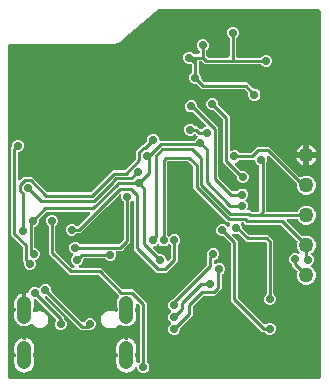
<source format=gbr>
G04 EAGLE Gerber RS-274X export*
G75*
%MOMM*%
%FSLAX34Y34*%
%LPD*%
%INBottom Copper*%
%IPPOS*%
%AMOC8*
5,1,8,0,0,1.08239X$1,22.5*%
G01*
%ADD10C,1.270000*%
%ADD11C,1.158000*%
%ADD12C,1.200000*%
%ADD13C,0.711200*%
%ADD14C,0.254000*%

G36*
X6259Y3813D02*
X6259Y3813D01*
X6297Y3812D01*
X7941Y3880D01*
X7947Y3879D01*
X8028Y3848D01*
X8100Y3839D01*
X8171Y3821D01*
X8331Y3811D01*
X266590Y3811D01*
X266605Y3813D01*
X266644Y3812D01*
X266894Y3823D01*
X266920Y3827D01*
X266946Y3826D01*
X267105Y3850D01*
X267382Y3909D01*
X267528Y3960D01*
X267674Y4010D01*
X267680Y4013D01*
X267683Y4014D01*
X267689Y4019D01*
X267814Y4090D01*
X268334Y4431D01*
X268390Y4480D01*
X268452Y4520D01*
X268510Y4583D01*
X268575Y4638D01*
X268618Y4699D01*
X268668Y4753D01*
X268753Y4890D01*
X269049Y5437D01*
X269104Y5580D01*
X269161Y5724D01*
X269162Y5731D01*
X269163Y5733D01*
X269164Y5741D01*
X269191Y5883D01*
X269230Y6193D01*
X269230Y6198D01*
X269233Y6249D01*
X269237Y6269D01*
X269235Y6289D01*
X269239Y6350D01*
X269239Y6360D01*
X269239Y6361D01*
X268985Y314087D01*
X268983Y314102D01*
X268984Y314141D01*
X268973Y314392D01*
X268969Y314418D01*
X268970Y314444D01*
X268946Y314603D01*
X268887Y314880D01*
X268836Y315026D01*
X268786Y315172D01*
X268783Y315178D01*
X268782Y315181D01*
X268777Y315187D01*
X268706Y315312D01*
X268365Y315832D01*
X268316Y315888D01*
X268276Y315950D01*
X268213Y316008D01*
X268158Y316073D01*
X268097Y316116D01*
X268043Y316166D01*
X267906Y316251D01*
X267359Y316547D01*
X267214Y316603D01*
X267072Y316659D01*
X267065Y316660D01*
X267063Y316661D01*
X267055Y316662D01*
X266913Y316689D01*
X266603Y316728D01*
X266598Y316728D01*
X266446Y316737D01*
X131796Y316737D01*
X131782Y316735D01*
X131655Y316729D01*
X131376Y316698D01*
X131250Y316668D01*
X131121Y316643D01*
X131083Y316628D01*
X131067Y316624D01*
X131048Y316614D01*
X130972Y316583D01*
X130843Y316522D01*
X130772Y316477D01*
X130697Y316440D01*
X130583Y316356D01*
X130575Y316351D01*
X130573Y316348D01*
X130568Y316344D01*
X129694Y315604D01*
X129669Y315577D01*
X129640Y315555D01*
X129530Y315437D01*
X128830Y314578D01*
X128826Y314577D01*
X128688Y314545D01*
X128550Y314517D01*
X128534Y314510D01*
X128516Y314505D01*
X128391Y314440D01*
X128264Y314379D01*
X128244Y314364D01*
X128234Y314359D01*
X128219Y314346D01*
X128134Y314283D01*
X100606Y290961D01*
X100599Y290953D01*
X100500Y290860D01*
X98969Y289222D01*
X94248Y287363D01*
X91891Y287524D01*
X91870Y287523D01*
X91804Y287527D01*
X6916Y287527D01*
X6907Y287526D01*
X6887Y287527D01*
X6156Y287510D01*
X6117Y287505D01*
X6078Y287506D01*
X5919Y287483D01*
X5668Y287429D01*
X5523Y287378D01*
X5376Y287328D01*
X5370Y287325D01*
X5367Y287324D01*
X5361Y287320D01*
X5236Y287248D01*
X4716Y286907D01*
X4660Y286858D01*
X4598Y286818D01*
X4540Y286755D01*
X4475Y286700D01*
X4432Y286639D01*
X4382Y286585D01*
X4297Y286448D01*
X4001Y285901D01*
X3945Y285756D01*
X3889Y285614D01*
X3888Y285607D01*
X3887Y285605D01*
X3886Y285597D01*
X3859Y285455D01*
X3820Y285145D01*
X3820Y285140D01*
X3811Y284988D01*
X3811Y6028D01*
X3814Y5999D01*
X3812Y5970D01*
X3830Y5810D01*
X3871Y5573D01*
X3874Y5564D01*
X3874Y5555D01*
X3920Y5413D01*
X3964Y5269D01*
X3969Y5261D01*
X3972Y5252D01*
X4050Y5111D01*
X4333Y4665D01*
X4392Y4593D01*
X4443Y4516D01*
X4492Y4471D01*
X4535Y4419D01*
X4610Y4365D01*
X4679Y4303D01*
X4779Y4243D01*
X4793Y4232D01*
X4800Y4229D01*
X4816Y4220D01*
X5285Y3975D01*
X5293Y3971D01*
X5301Y3966D01*
X5442Y3916D01*
X5583Y3864D01*
X5592Y3863D01*
X5601Y3860D01*
X5760Y3835D01*
X5976Y3816D01*
X5997Y3817D01*
X6089Y3811D01*
X6244Y3811D01*
X6259Y3813D01*
G37*
%LPC*%
G36*
X117607Y8762D02*
X117607Y8762D01*
X115740Y9536D01*
X114311Y10965D01*
X113502Y12918D01*
X113494Y12931D01*
X113490Y12945D01*
X113416Y13069D01*
X113344Y13194D01*
X113334Y13205D01*
X113326Y13218D01*
X113224Y13319D01*
X113123Y13423D01*
X113110Y13431D01*
X113100Y13441D01*
X112975Y13514D01*
X112852Y13589D01*
X112838Y13593D01*
X112825Y13601D01*
X112686Y13640D01*
X112548Y13683D01*
X112533Y13683D01*
X112519Y13687D01*
X112374Y13691D01*
X112230Y13698D01*
X112216Y13695D01*
X112201Y13695D01*
X112061Y13663D01*
X111919Y13634D01*
X111905Y13627D01*
X111891Y13624D01*
X111763Y13558D01*
X111633Y13494D01*
X111622Y13484D01*
X111609Y13477D01*
X111502Y13382D01*
X111391Y13287D01*
X111382Y13275D01*
X111372Y13265D01*
X111274Y13138D01*
X110794Y12420D01*
X109604Y11230D01*
X108812Y10701D01*
X108716Y10617D01*
X108641Y10558D01*
X108619Y10546D01*
X108577Y10531D01*
X108437Y10450D01*
X108275Y10342D01*
X108221Y10295D01*
X108161Y10256D01*
X108084Y10182D01*
X108045Y10170D01*
X108010Y10154D01*
X107972Y10145D01*
X107866Y10088D01*
X107756Y10038D01*
X107726Y10013D01*
X107692Y9995D01*
X107567Y9894D01*
X107544Y9873D01*
X107487Y9860D01*
X107454Y9849D01*
X107420Y9843D01*
X107305Y9795D01*
X107187Y9753D01*
X107159Y9733D01*
X107127Y9720D01*
X106993Y9630D01*
X106949Y9596D01*
X106920Y9593D01*
X106883Y9583D01*
X106845Y9580D01*
X106730Y9543D01*
X106613Y9512D01*
X106579Y9493D01*
X106543Y9481D01*
X106402Y9403D01*
X106361Y9377D01*
X106314Y9375D01*
X106276Y9369D01*
X106238Y9370D01*
X106120Y9342D01*
X106001Y9322D01*
X105966Y9306D01*
X105928Y9298D01*
X105781Y9232D01*
X105750Y9216D01*
X105693Y9219D01*
X105658Y9216D01*
X105623Y9220D01*
X105500Y9203D01*
X105376Y9192D01*
X105343Y9181D01*
X105308Y9176D01*
X105155Y9124D01*
X105107Y9104D01*
X105062Y9110D01*
X105025Y9111D01*
X104990Y9118D01*
X104867Y9111D01*
X104744Y9112D01*
X104709Y9103D01*
X104672Y9101D01*
X104516Y9063D01*
X104466Y9047D01*
X104437Y9054D01*
X104398Y9057D01*
X104360Y9069D01*
X104240Y9072D01*
X104121Y9084D01*
X104081Y9078D01*
X104042Y9079D01*
X103883Y9054D01*
X103854Y9047D01*
X103804Y9063D01*
X103768Y9070D01*
X103735Y9083D01*
X103613Y9098D01*
X103491Y9120D01*
X103455Y9117D01*
X103419Y9121D01*
X103259Y9110D01*
X103208Y9104D01*
X103161Y9123D01*
X103126Y9133D01*
X103093Y9149D01*
X102973Y9175D01*
X102854Y9207D01*
X102818Y9208D01*
X102782Y9215D01*
X102621Y9219D01*
X102576Y9217D01*
X102545Y9233D01*
X102510Y9246D01*
X102478Y9265D01*
X102361Y9301D01*
X102247Y9343D01*
X102209Y9347D01*
X102173Y9358D01*
X102013Y9375D01*
X101959Y9377D01*
X101918Y9403D01*
X101883Y9420D01*
X101852Y9442D01*
X101740Y9488D01*
X101631Y9540D01*
X101593Y9547D01*
X101558Y9561D01*
X101400Y9593D01*
X101371Y9596D01*
X101327Y9630D01*
X101297Y9647D01*
X101271Y9670D01*
X101160Y9727D01*
X101052Y9790D01*
X101019Y9799D01*
X100988Y9815D01*
X100833Y9860D01*
X100776Y9873D01*
X100754Y9894D01*
X100722Y9916D01*
X100695Y9944D01*
X100592Y10008D01*
X100494Y10078D01*
X100458Y10092D01*
X100425Y10112D01*
X100275Y10170D01*
X100228Y10185D01*
X100221Y10191D01*
X100173Y10244D01*
X100045Y10341D01*
X99871Y10458D01*
X99831Y10478D01*
X99796Y10505D01*
X99667Y10568D01*
X99636Y10603D01*
X99600Y10630D01*
X99588Y10643D01*
X99569Y10654D01*
X99508Y10701D01*
X98716Y11230D01*
X97526Y12420D01*
X96591Y13818D01*
X95948Y15373D01*
X95619Y17023D01*
X95619Y22240D01*
X95830Y22240D01*
X95948Y22255D01*
X96067Y22262D01*
X96105Y22274D01*
X96146Y22280D01*
X96256Y22323D01*
X96369Y22360D01*
X96404Y22382D01*
X96441Y22397D01*
X96537Y22466D01*
X96638Y22530D01*
X96666Y22560D01*
X96699Y22583D01*
X96775Y22675D01*
X96856Y22762D01*
X96876Y22797D01*
X96901Y22828D01*
X96952Y22936D01*
X97010Y23040D01*
X97020Y23080D01*
X97037Y23116D01*
X97059Y23233D01*
X97089Y23348D01*
X97093Y23408D01*
X97097Y23428D01*
X97095Y23449D01*
X97099Y23509D01*
X97099Y24219D01*
X97084Y24337D01*
X97077Y24456D01*
X97064Y24494D01*
X97059Y24535D01*
X97016Y24645D01*
X96979Y24758D01*
X96957Y24793D01*
X96942Y24830D01*
X96873Y24926D01*
X96809Y25027D01*
X96779Y25055D01*
X96756Y25088D01*
X96664Y25164D01*
X96577Y25245D01*
X96542Y25265D01*
X96511Y25290D01*
X96403Y25341D01*
X96299Y25399D01*
X96259Y25409D01*
X96223Y25426D01*
X96106Y25448D01*
X95991Y25478D01*
X95931Y25482D01*
X95911Y25486D01*
X95890Y25484D01*
X95830Y25488D01*
X95619Y25488D01*
X95619Y30705D01*
X95948Y32355D01*
X96591Y33910D01*
X97526Y35308D01*
X98716Y36498D01*
X100114Y37433D01*
X101669Y38076D01*
X102536Y38249D01*
X102536Y37963D01*
X102555Y37812D01*
X102557Y37791D01*
X102565Y37701D01*
X102569Y37689D01*
X102572Y37662D01*
X102575Y37655D01*
X102576Y37648D01*
X102631Y37507D01*
X102640Y37485D01*
X102669Y37401D01*
X102676Y37390D01*
X102685Y37365D01*
X102690Y37359D01*
X102693Y37352D01*
X102781Y37231D01*
X102795Y37211D01*
X102845Y37136D01*
X102854Y37127D01*
X102869Y37106D01*
X102875Y37101D01*
X102879Y37095D01*
X102996Y36999D01*
X103009Y36987D01*
X103081Y36923D01*
X103097Y36913D01*
X103112Y36900D01*
X103119Y36897D01*
X103124Y36892D01*
X103154Y36878D01*
X103218Y36839D01*
X103231Y36832D01*
X103311Y36803D01*
X103388Y36764D01*
X103519Y36725D01*
X103529Y36722D01*
X103533Y36721D01*
X103542Y36719D01*
X103883Y36642D01*
X103922Y36639D01*
X103960Y36627D01*
X104080Y36624D01*
X104199Y36612D01*
X104239Y36618D01*
X104278Y36617D01*
X104437Y36642D01*
X104778Y36719D01*
X104859Y36748D01*
X104943Y36767D01*
X105033Y36807D01*
X105054Y36815D01*
X105058Y36816D01*
X105061Y36818D01*
X105071Y36824D01*
X105077Y36826D01*
X105081Y36829D01*
X105090Y36833D01*
X105103Y36840D01*
X105188Y36899D01*
X105190Y36900D01*
X105323Y36985D01*
X105326Y36987D01*
X105329Y36989D01*
X105349Y37011D01*
X105364Y37022D01*
X105428Y37096D01*
X105434Y37103D01*
X105541Y37216D01*
X105543Y37219D01*
X105545Y37222D01*
X105560Y37250D01*
X105571Y37263D01*
X105614Y37348D01*
X105620Y37359D01*
X105695Y37495D01*
X105695Y37498D01*
X105697Y37502D01*
X105705Y37532D01*
X105713Y37547D01*
X105732Y37640D01*
X105735Y37653D01*
X105774Y37803D01*
X105774Y37808D01*
X105775Y37810D01*
X105775Y37817D01*
X105777Y37853D01*
X105778Y37859D01*
X105778Y37866D01*
X105784Y37963D01*
X105784Y38249D01*
X106651Y38076D01*
X108206Y37433D01*
X109604Y36498D01*
X110794Y35308D01*
X111729Y33910D01*
X112372Y32355D01*
X112701Y30705D01*
X112701Y25488D01*
X112490Y25488D01*
X112372Y25473D01*
X112253Y25466D01*
X112215Y25453D01*
X112174Y25448D01*
X112064Y25405D01*
X111951Y25368D01*
X111916Y25346D01*
X111879Y25331D01*
X111783Y25262D01*
X111682Y25198D01*
X111654Y25168D01*
X111621Y25145D01*
X111545Y25053D01*
X111464Y24966D01*
X111444Y24931D01*
X111419Y24900D01*
X111368Y24792D01*
X111310Y24688D01*
X111300Y24648D01*
X111283Y24612D01*
X111261Y24495D01*
X111231Y24380D01*
X111227Y24320D01*
X111223Y24300D01*
X111225Y24279D01*
X111221Y24219D01*
X111221Y23509D01*
X111236Y23391D01*
X111243Y23272D01*
X111256Y23234D01*
X111261Y23193D01*
X111304Y23083D01*
X111341Y22970D01*
X111363Y22935D01*
X111378Y22898D01*
X111447Y22801D01*
X111511Y22701D01*
X111541Y22673D01*
X111564Y22640D01*
X111656Y22564D01*
X111743Y22483D01*
X111778Y22463D01*
X111809Y22438D01*
X111917Y22387D01*
X112021Y22329D01*
X112061Y22319D01*
X112097Y22302D01*
X112214Y22280D01*
X112329Y22250D01*
X112389Y22246D01*
X112409Y22242D01*
X112430Y22244D01*
X112490Y22240D01*
X112701Y22240D01*
X112701Y18175D01*
X112718Y18037D01*
X112731Y17899D01*
X112738Y17880D01*
X112741Y17860D01*
X112792Y17730D01*
X112839Y17600D01*
X112850Y17583D01*
X112858Y17564D01*
X112939Y17451D01*
X113017Y17336D01*
X113033Y17323D01*
X113044Y17307D01*
X113151Y17218D01*
X113256Y17126D01*
X113274Y17117D01*
X113289Y17104D01*
X113415Y17045D01*
X113539Y16981D01*
X113559Y16977D01*
X113577Y16968D01*
X113714Y16942D01*
X113849Y16912D01*
X113870Y16912D01*
X113889Y16909D01*
X114028Y16917D01*
X114167Y16921D01*
X114187Y16927D01*
X114207Y16928D01*
X114339Y16971D01*
X114473Y17010D01*
X114490Y17020D01*
X114509Y17026D01*
X114627Y17101D01*
X114747Y17171D01*
X114768Y17190D01*
X114778Y17196D01*
X114792Y17211D01*
X114868Y17278D01*
X115452Y17862D01*
X115512Y17940D01*
X115580Y18012D01*
X115609Y18065D01*
X115646Y18113D01*
X115686Y18204D01*
X115734Y18291D01*
X115749Y18349D01*
X115773Y18405D01*
X115788Y18503D01*
X115813Y18599D01*
X115819Y18699D01*
X115823Y18719D01*
X115821Y18731D01*
X115823Y18759D01*
X115823Y65426D01*
X115811Y65524D01*
X115808Y65624D01*
X115791Y65682D01*
X115783Y65742D01*
X115747Y65834D01*
X115719Y65929D01*
X115689Y65981D01*
X115666Y66038D01*
X115608Y66118D01*
X115558Y66203D01*
X115492Y66278D01*
X115480Y66295D01*
X115470Y66303D01*
X115452Y66324D01*
X114657Y67118D01*
X114548Y67203D01*
X114441Y67292D01*
X114422Y67300D01*
X114406Y67313D01*
X114278Y67368D01*
X114153Y67427D01*
X114133Y67431D01*
X114114Y67439D01*
X113976Y67461D01*
X113840Y67487D01*
X113820Y67486D01*
X113800Y67489D01*
X113661Y67476D01*
X113523Y67467D01*
X113504Y67461D01*
X113484Y67459D01*
X113352Y67412D01*
X113221Y67369D01*
X113203Y67358D01*
X113184Y67352D01*
X113069Y67273D01*
X112952Y67199D01*
X112938Y67184D01*
X112921Y67173D01*
X112829Y67069D01*
X112734Y66967D01*
X112724Y66950D01*
X112711Y66935D01*
X112647Y66811D01*
X112580Y66689D01*
X112575Y66669D01*
X112566Y66651D01*
X112536Y66515D01*
X112501Y66381D01*
X112499Y66353D01*
X112496Y66341D01*
X112497Y66321D01*
X112491Y66220D01*
X112491Y63738D01*
X112490Y63738D01*
X112372Y63723D01*
X112253Y63716D01*
X112215Y63703D01*
X112174Y63698D01*
X112064Y63655D01*
X111951Y63618D01*
X111916Y63596D01*
X111879Y63581D01*
X111783Y63512D01*
X111682Y63448D01*
X111654Y63418D01*
X111621Y63395D01*
X111545Y63303D01*
X111464Y63216D01*
X111444Y63181D01*
X111419Y63150D01*
X111368Y63042D01*
X111310Y62938D01*
X111300Y62898D01*
X111283Y62862D01*
X111261Y62745D01*
X111231Y62630D01*
X111227Y62570D01*
X111223Y62550D01*
X111225Y62529D01*
X111221Y62469D01*
X111221Y61759D01*
X111236Y61641D01*
X111243Y61522D01*
X111256Y61484D01*
X111261Y61443D01*
X111304Y61333D01*
X111341Y61220D01*
X111363Y61185D01*
X111378Y61148D01*
X111447Y61051D01*
X111511Y60951D01*
X111541Y60923D01*
X111564Y60890D01*
X111656Y60814D01*
X111743Y60733D01*
X111778Y60713D01*
X111809Y60688D01*
X111917Y60637D01*
X112021Y60579D01*
X112061Y60569D01*
X112097Y60552D01*
X112214Y60530D01*
X112329Y60500D01*
X112389Y60496D01*
X112409Y60492D01*
X112430Y60494D01*
X112490Y60490D01*
X112491Y60490D01*
X112491Y55504D01*
X112171Y53894D01*
X111543Y52378D01*
X110631Y51013D01*
X109471Y49853D01*
X108106Y48941D01*
X106590Y48313D01*
X105610Y48118D01*
X105536Y48220D01*
X105529Y48230D01*
X105475Y48310D01*
X105463Y48321D01*
X105446Y48346D01*
X105443Y48348D01*
X105441Y48351D01*
X105320Y48451D01*
X105314Y48456D01*
X105239Y48523D01*
X105218Y48536D01*
X105202Y48550D01*
X105198Y48552D01*
X105196Y48554D01*
X105166Y48568D01*
X105102Y48607D01*
X105089Y48614D01*
X105009Y48643D01*
X104932Y48682D01*
X104801Y48721D01*
X104791Y48724D01*
X104787Y48725D01*
X104778Y48727D01*
X104437Y48804D01*
X104398Y48807D01*
X104360Y48819D01*
X104240Y48822D01*
X104121Y48834D01*
X104081Y48828D01*
X104042Y48829D01*
X103883Y48804D01*
X103542Y48727D01*
X103461Y48698D01*
X103377Y48678D01*
X103287Y48639D01*
X103266Y48631D01*
X103259Y48627D01*
X103252Y48625D01*
X103245Y48620D01*
X103243Y48620D01*
X103239Y48617D01*
X103230Y48613D01*
X103217Y48606D01*
X103134Y48549D01*
X103125Y48542D01*
X102997Y48461D01*
X102992Y48456D01*
X102985Y48452D01*
X102968Y48432D01*
X102956Y48424D01*
X102895Y48353D01*
X102883Y48340D01*
X102779Y48230D01*
X102775Y48223D01*
X102770Y48218D01*
X102757Y48194D01*
X102749Y48183D01*
X102716Y48117D01*
X101730Y48313D01*
X100214Y48941D01*
X99384Y49496D01*
X99321Y49527D01*
X99263Y49567D01*
X99180Y49598D01*
X99100Y49638D01*
X99031Y49653D01*
X98965Y49677D01*
X98876Y49686D01*
X98789Y49705D01*
X98718Y49702D01*
X98648Y49709D01*
X98560Y49696D01*
X98471Y49692D01*
X98404Y49672D01*
X98334Y49662D01*
X98252Y49627D01*
X98167Y49601D01*
X98116Y49571D01*
X98099Y49565D01*
X98086Y49556D01*
X98041Y49537D01*
X97907Y49448D01*
X97892Y49436D01*
X97865Y49410D01*
X97834Y49389D01*
X97752Y49298D01*
X97666Y49212D01*
X97646Y49180D01*
X97621Y49152D01*
X97538Y49015D01*
X97522Y48984D01*
X97485Y48960D01*
X97457Y48937D01*
X97425Y48920D01*
X97335Y48836D01*
X97241Y48757D01*
X97219Y48728D01*
X97193Y48703D01*
X97098Y48573D01*
X97074Y48536D01*
X97043Y48520D01*
X97012Y48499D01*
X96978Y48483D01*
X96882Y48408D01*
X96782Y48339D01*
X96757Y48311D01*
X96728Y48287D01*
X96622Y48166D01*
X96596Y48132D01*
X96546Y48112D01*
X96515Y48094D01*
X96481Y48083D01*
X96377Y48015D01*
X96270Y47954D01*
X96244Y47929D01*
X96214Y47910D01*
X96098Y47799D01*
X96075Y47774D01*
X96054Y47767D01*
X96019Y47751D01*
X95983Y47742D01*
X95875Y47685D01*
X95765Y47634D01*
X95736Y47610D01*
X95702Y47592D01*
X95577Y47491D01*
X95540Y47457D01*
X95490Y47446D01*
X95455Y47433D01*
X95418Y47427D01*
X95305Y47380D01*
X95190Y47339D01*
X95159Y47318D01*
X95125Y47303D01*
X94991Y47214D01*
X94966Y47194D01*
X94931Y47190D01*
X94895Y47180D01*
X94858Y47178D01*
X94742Y47140D01*
X94623Y47109D01*
X94591Y47091D01*
X94555Y47079D01*
X94415Y47002D01*
X94378Y46978D01*
X94350Y46977D01*
X94279Y46965D01*
X94208Y46963D01*
X94123Y46938D01*
X94036Y46923D01*
X93971Y46894D01*
X93902Y46874D01*
X93870Y46855D01*
X93844Y46860D01*
X93800Y46857D01*
X93757Y46862D01*
X93642Y46846D01*
X93526Y46837D01*
X93485Y46824D01*
X93442Y46818D01*
X93290Y46766D01*
X93231Y46741D01*
X93188Y46742D01*
X93143Y46751D01*
X93029Y46745D01*
X92915Y46747D01*
X92871Y46736D01*
X92826Y46734D01*
X92670Y46695D01*
X92620Y46679D01*
X92606Y46685D01*
X92564Y46689D01*
X92523Y46701D01*
X92406Y46705D01*
X92289Y46717D01*
X92248Y46711D01*
X92206Y46712D01*
X92047Y46688D01*
X91979Y46673D01*
X91936Y46681D01*
X91894Y46697D01*
X91781Y46711D01*
X91669Y46733D01*
X91623Y46730D01*
X91578Y46736D01*
X91418Y46725D01*
X91271Y46705D01*
X91246Y46715D01*
X91199Y46719D01*
X91153Y46732D01*
X91041Y46735D01*
X90930Y46747D01*
X90883Y46739D01*
X90835Y46741D01*
X90726Y46716D01*
X90657Y46705D01*
X90503Y46726D01*
X90458Y46726D01*
X90414Y46734D01*
X90299Y46727D01*
X90185Y46727D01*
X90141Y46716D01*
X90096Y46714D01*
X89987Y46678D01*
X89955Y46670D01*
X89873Y46688D01*
X89832Y46691D01*
X89791Y46703D01*
X89674Y46706D01*
X89557Y46717D01*
X89515Y46710D01*
X89473Y46711D01*
X89359Y46685D01*
X89309Y46676D01*
X89250Y46695D01*
X89206Y46703D01*
X89164Y46719D01*
X89050Y46732D01*
X88938Y46752D01*
X88893Y46749D01*
X88848Y46754D01*
X88734Y46738D01*
X88702Y46736D01*
X88630Y46766D01*
X88588Y46777D01*
X88549Y46796D01*
X88435Y46819D01*
X88323Y46849D01*
X88280Y46850D01*
X88237Y46859D01*
X88121Y46852D01*
X88057Y46853D01*
X88034Y46867D01*
X87950Y46893D01*
X87869Y46928D01*
X87798Y46939D01*
X87730Y46960D01*
X87570Y46977D01*
X87541Y46979D01*
X87507Y47000D01*
X87473Y47016D01*
X87443Y47039D01*
X87330Y47084D01*
X87220Y47137D01*
X87183Y47144D01*
X87148Y47158D01*
X86990Y47189D01*
X86956Y47193D01*
X86929Y47214D01*
X86897Y47233D01*
X86868Y47257D01*
X86760Y47313D01*
X86654Y47374D01*
X86618Y47384D01*
X86585Y47401D01*
X86430Y47446D01*
X86380Y47457D01*
X86343Y47491D01*
X86312Y47513D01*
X86286Y47540D01*
X86183Y47605D01*
X86084Y47675D01*
X86048Y47689D01*
X86016Y47709D01*
X85866Y47767D01*
X85845Y47774D01*
X85822Y47799D01*
X85795Y47822D01*
X85772Y47850D01*
X85674Y47924D01*
X85579Y48004D01*
X85547Y48020D01*
X85518Y48041D01*
X85374Y48112D01*
X85324Y48133D01*
X85298Y48166D01*
X85272Y48193D01*
X85251Y48224D01*
X85160Y48306D01*
X85075Y48392D01*
X85042Y48411D01*
X85014Y48437D01*
X84877Y48520D01*
X84846Y48536D01*
X84822Y48573D01*
X84799Y48601D01*
X84782Y48633D01*
X84698Y48723D01*
X84619Y48817D01*
X84590Y48839D01*
X84565Y48865D01*
X84435Y48960D01*
X84398Y48984D01*
X84382Y49015D01*
X84361Y49046D01*
X84345Y49080D01*
X84270Y49176D01*
X84201Y49276D01*
X84173Y49301D01*
X84149Y49330D01*
X84028Y49436D01*
X83995Y49462D01*
X83974Y49512D01*
X83956Y49543D01*
X83945Y49577D01*
X83878Y49681D01*
X83817Y49788D01*
X83792Y49814D01*
X83772Y49844D01*
X83661Y49960D01*
X83636Y49983D01*
X83629Y50004D01*
X83613Y50039D01*
X83604Y50075D01*
X83547Y50183D01*
X83496Y50293D01*
X83472Y50322D01*
X83454Y50356D01*
X83353Y50481D01*
X83319Y50518D01*
X83308Y50568D01*
X83295Y50603D01*
X83289Y50641D01*
X83242Y50753D01*
X83201Y50868D01*
X83180Y50899D01*
X83165Y50933D01*
X83076Y51067D01*
X83055Y51094D01*
X83051Y51128D01*
X83041Y51164D01*
X83039Y51202D01*
X83001Y51318D01*
X82970Y51436D01*
X82952Y51469D01*
X82940Y51504D01*
X82863Y51645D01*
X82841Y51679D01*
X82839Y51722D01*
X82833Y51759D01*
X82833Y51796D01*
X82806Y51915D01*
X82785Y52036D01*
X82770Y52069D01*
X82762Y52105D01*
X82697Y52253D01*
X82678Y52289D01*
X82680Y52332D01*
X82677Y52369D01*
X82681Y52405D01*
X82664Y52527D01*
X82653Y52649D01*
X82642Y52684D01*
X82636Y52720D01*
X82584Y52873D01*
X82568Y52913D01*
X82572Y52944D01*
X82572Y52982D01*
X82580Y53020D01*
X82573Y53140D01*
X82574Y53262D01*
X82565Y53299D01*
X82562Y53337D01*
X82524Y53494D01*
X82514Y53524D01*
X82526Y53575D01*
X82529Y53610D01*
X82539Y53644D01*
X82543Y53768D01*
X82554Y53892D01*
X82549Y53927D01*
X82550Y53962D01*
X82526Y54121D01*
X82514Y54172D01*
X82524Y54204D01*
X82531Y54242D01*
X82545Y54277D01*
X82560Y54398D01*
X82571Y54459D01*
X82579Y54500D01*
X82579Y54502D01*
X82582Y54517D01*
X82579Y54555D01*
X82584Y54593D01*
X82573Y54754D01*
X82569Y54785D01*
X82584Y54823D01*
X82594Y54858D01*
X82610Y54891D01*
X82636Y55011D01*
X82668Y55130D01*
X82668Y55166D01*
X82676Y55202D01*
X82679Y55363D01*
X82677Y55406D01*
X82696Y55443D01*
X82709Y55477D01*
X82728Y55509D01*
X82764Y55626D01*
X82807Y55741D01*
X82810Y55778D01*
X82821Y55813D01*
X82838Y55973D01*
X82840Y56016D01*
X82864Y56053D01*
X82879Y56086D01*
X82901Y56116D01*
X82947Y56229D01*
X83000Y56340D01*
X83007Y56376D01*
X83021Y56411D01*
X83052Y56569D01*
X83056Y56604D01*
X83076Y56629D01*
X83095Y56661D01*
X83119Y56690D01*
X83175Y56798D01*
X83236Y56904D01*
X83246Y56940D01*
X83263Y56973D01*
X83308Y57128D01*
X83319Y57178D01*
X83353Y57215D01*
X83375Y57246D01*
X83402Y57272D01*
X83467Y57375D01*
X83537Y57474D01*
X83551Y57510D01*
X83571Y57542D01*
X83629Y57692D01*
X83636Y57713D01*
X83661Y57736D01*
X83684Y57763D01*
X83712Y57786D01*
X83786Y57884D01*
X83866Y57979D01*
X83881Y58011D01*
X83903Y58040D01*
X83974Y58184D01*
X83995Y58234D01*
X84028Y58260D01*
X84055Y58286D01*
X84086Y58307D01*
X84167Y58398D01*
X84254Y58483D01*
X84274Y58516D01*
X84299Y58544D01*
X84382Y58681D01*
X84398Y58712D01*
X84435Y58736D01*
X84463Y58759D01*
X84495Y58776D01*
X84585Y58860D01*
X84679Y58939D01*
X84701Y58968D01*
X84727Y58993D01*
X84822Y59123D01*
X84846Y59160D01*
X84877Y59176D01*
X84908Y59197D01*
X84942Y59213D01*
X85038Y59288D01*
X85138Y59357D01*
X85163Y59385D01*
X85192Y59409D01*
X85298Y59530D01*
X85324Y59563D01*
X85374Y59584D01*
X85405Y59602D01*
X85439Y59613D01*
X85543Y59680D01*
X85650Y59741D01*
X85676Y59766D01*
X85706Y59786D01*
X85822Y59897D01*
X85845Y59922D01*
X85866Y59929D01*
X85901Y59945D01*
X85937Y59954D01*
X86045Y60011D01*
X86155Y60062D01*
X86184Y60086D01*
X86218Y60104D01*
X86343Y60205D01*
X86380Y60239D01*
X86430Y60250D01*
X86465Y60263D01*
X86502Y60269D01*
X86615Y60316D01*
X86730Y60357D01*
X86761Y60378D01*
X86795Y60393D01*
X86929Y60482D01*
X86956Y60503D01*
X86990Y60507D01*
X87026Y60517D01*
X87064Y60519D01*
X87180Y60557D01*
X87298Y60588D01*
X87331Y60606D01*
X87366Y60618D01*
X87507Y60695D01*
X87541Y60717D01*
X87570Y60719D01*
X87640Y60731D01*
X87712Y60733D01*
X87797Y60757D01*
X87883Y60772D01*
X87949Y60801D01*
X88017Y60821D01*
X88050Y60841D01*
X88076Y60836D01*
X88120Y60839D01*
X88163Y60834D01*
X88278Y60850D01*
X88394Y60859D01*
X88435Y60872D01*
X88478Y60878D01*
X88630Y60930D01*
X88689Y60955D01*
X88732Y60954D01*
X88777Y60945D01*
X88891Y60951D01*
X89005Y60949D01*
X89049Y60960D01*
X89094Y60962D01*
X89250Y61001D01*
X89300Y61017D01*
X89314Y61011D01*
X89356Y61007D01*
X89397Y60995D01*
X89514Y60991D01*
X89631Y60979D01*
X89672Y60985D01*
X89714Y60984D01*
X89873Y61008D01*
X89940Y61023D01*
X89985Y61014D01*
X90026Y60998D01*
X90140Y60984D01*
X90253Y60962D01*
X90297Y60965D01*
X90342Y60959D01*
X90503Y60970D01*
X90652Y60990D01*
X90676Y60981D01*
X90723Y60977D01*
X90769Y60964D01*
X90881Y60961D01*
X90992Y60949D01*
X91040Y60957D01*
X91087Y60955D01*
X91196Y60980D01*
X91268Y60991D01*
X91418Y60971D01*
X91463Y60971D01*
X91508Y60963D01*
X91621Y60970D01*
X91736Y60969D01*
X91780Y60980D01*
X91825Y60983D01*
X91933Y61019D01*
X91964Y61026D01*
X92047Y61008D01*
X92088Y61005D01*
X92129Y60993D01*
X92246Y60990D01*
X92363Y60979D01*
X92405Y60986D01*
X92447Y60985D01*
X92561Y61011D01*
X92611Y61019D01*
X92670Y61001D01*
X92714Y60993D01*
X92756Y60977D01*
X92870Y60964D01*
X92982Y60944D01*
X93027Y60947D01*
X93072Y60942D01*
X93186Y60958D01*
X93218Y60960D01*
X93290Y60930D01*
X93332Y60919D01*
X93371Y60900D01*
X93485Y60877D01*
X93597Y60847D01*
X93640Y60846D01*
X93683Y60837D01*
X93799Y60844D01*
X93863Y60843D01*
X93886Y60829D01*
X93970Y60803D01*
X94051Y60768D01*
X94121Y60757D01*
X94190Y60736D01*
X94350Y60719D01*
X94378Y60718D01*
X94415Y60694D01*
X94448Y60679D01*
X94478Y60657D01*
X94591Y60611D01*
X94702Y60558D01*
X94739Y60551D01*
X94773Y60537D01*
X94931Y60506D01*
X94973Y60501D01*
X94976Y60501D01*
X94979Y60500D01*
X95140Y60490D01*
X95830Y60490D01*
X95948Y60505D01*
X96067Y60512D01*
X96105Y60524D01*
X96146Y60530D01*
X96256Y60573D01*
X96369Y60610D01*
X96404Y60632D01*
X96441Y60647D01*
X96537Y60716D01*
X96638Y60780D01*
X96666Y60810D01*
X96699Y60833D01*
X96775Y60925D01*
X96856Y61012D01*
X96876Y61047D01*
X96901Y61078D01*
X96952Y61186D01*
X97010Y61290D01*
X97020Y61330D01*
X97037Y61366D01*
X97059Y61483D01*
X97089Y61598D01*
X97093Y61658D01*
X97097Y61678D01*
X97095Y61699D01*
X97099Y61759D01*
X97099Y62469D01*
X97084Y62587D01*
X97077Y62706D01*
X97064Y62744D01*
X97059Y62785D01*
X97016Y62895D01*
X96979Y63008D01*
X96957Y63043D01*
X96942Y63080D01*
X96873Y63176D01*
X96809Y63277D01*
X96779Y63305D01*
X96756Y63338D01*
X96664Y63414D01*
X96577Y63495D01*
X96542Y63515D01*
X96511Y63540D01*
X96403Y63591D01*
X96299Y63649D01*
X96259Y63659D01*
X96223Y63676D01*
X96106Y63698D01*
X95991Y63728D01*
X95931Y63732D01*
X95911Y63736D01*
X95890Y63734D01*
X95830Y63738D01*
X95829Y63738D01*
X95829Y68724D01*
X96149Y70334D01*
X96777Y71850D01*
X97745Y73298D01*
X97813Y73435D01*
X97883Y73572D01*
X97884Y73577D01*
X97887Y73582D01*
X97919Y73733D01*
X97953Y73882D01*
X97953Y73888D01*
X97954Y73893D01*
X97948Y74047D01*
X97943Y74200D01*
X97942Y74205D01*
X97941Y74211D01*
X97897Y74359D01*
X97855Y74506D01*
X97852Y74510D01*
X97850Y74516D01*
X97772Y74646D01*
X97693Y74780D01*
X97688Y74785D01*
X97687Y74788D01*
X97680Y74795D01*
X97587Y74900D01*
X80912Y91576D01*
X80834Y91636D01*
X80761Y91704D01*
X80708Y91733D01*
X80661Y91770D01*
X80570Y91810D01*
X80483Y91858D01*
X80424Y91873D01*
X80369Y91897D01*
X80271Y91912D01*
X80175Y91937D01*
X80075Y91943D01*
X80055Y91947D01*
X80042Y91945D01*
X80014Y91947D01*
X55902Y91947D01*
X40362Y107487D01*
X38353Y109496D01*
X38353Y132625D01*
X38341Y132723D01*
X38338Y132822D01*
X38321Y132880D01*
X38313Y132940D01*
X38277Y133032D01*
X38249Y133127D01*
X38219Y133180D01*
X38196Y133236D01*
X38138Y133316D01*
X38088Y133401D01*
X38022Y133477D01*
X38010Y133493D01*
X38000Y133501D01*
X37982Y133522D01*
X36841Y134663D01*
X36067Y136530D01*
X36067Y138552D01*
X36841Y140419D01*
X38270Y141848D01*
X40137Y142622D01*
X42159Y142622D01*
X44026Y141848D01*
X45455Y140419D01*
X46229Y138552D01*
X46229Y136530D01*
X45455Y134663D01*
X44314Y133522D01*
X44254Y133444D01*
X44186Y133372D01*
X44157Y133319D01*
X44120Y133271D01*
X44080Y133180D01*
X44032Y133093D01*
X44017Y133035D01*
X43993Y132979D01*
X43978Y132881D01*
X43953Y132785D01*
X43947Y132685D01*
X43943Y132665D01*
X43945Y132653D01*
X43943Y132625D01*
X43943Y112337D01*
X43955Y112239D01*
X43958Y112140D01*
X43975Y112082D01*
X43983Y112021D01*
X44019Y111929D01*
X44047Y111834D01*
X44077Y111782D01*
X44100Y111726D01*
X44158Y111646D01*
X44208Y111560D01*
X44274Y111485D01*
X44286Y111468D01*
X44296Y111461D01*
X44314Y111440D01*
X57846Y97908D01*
X57924Y97848D01*
X57996Y97780D01*
X58049Y97751D01*
X58097Y97714D01*
X58188Y97674D01*
X58274Y97626D01*
X58333Y97611D01*
X58389Y97587D01*
X58487Y97572D01*
X58582Y97547D01*
X58682Y97541D01*
X58703Y97537D01*
X58715Y97539D01*
X58743Y97537D01*
X59127Y97537D01*
X59197Y97545D01*
X59266Y97544D01*
X59354Y97565D01*
X59443Y97577D01*
X59508Y97602D01*
X59576Y97619D01*
X59655Y97661D01*
X59739Y97694D01*
X59795Y97735D01*
X59857Y97767D01*
X59923Y97828D01*
X59996Y97880D01*
X60040Y97934D01*
X60092Y97981D01*
X60141Y98056D01*
X60199Y98125D01*
X60229Y98189D01*
X60267Y98247D01*
X60296Y98332D01*
X60334Y98413D01*
X60347Y98482D01*
X60370Y98548D01*
X60377Y98637D01*
X60394Y98725D01*
X60390Y98795D01*
X60395Y98865D01*
X60380Y98953D01*
X60374Y99043D01*
X60353Y99109D01*
X60341Y99178D01*
X60304Y99260D01*
X60276Y99345D01*
X60239Y99404D01*
X60210Y99468D01*
X60154Y99538D01*
X60106Y99614D01*
X60055Y99662D01*
X60012Y99716D01*
X59940Y99771D01*
X59875Y99832D01*
X59813Y99866D01*
X59758Y99908D01*
X59613Y99979D01*
X59352Y100087D01*
X57923Y101516D01*
X57149Y103383D01*
X57149Y105405D01*
X57923Y107272D01*
X58909Y108259D01*
X58940Y108298D01*
X58977Y108331D01*
X59037Y108423D01*
X59104Y108510D01*
X59124Y108555D01*
X59151Y108597D01*
X59187Y108701D01*
X59231Y108802D01*
X59238Y108851D01*
X59254Y108898D01*
X59263Y109007D01*
X59280Y109116D01*
X59276Y109165D01*
X59280Y109215D01*
X59261Y109323D01*
X59251Y109432D01*
X59234Y109479D01*
X59225Y109528D01*
X59180Y109628D01*
X59143Y109732D01*
X59115Y109773D01*
X59095Y109818D01*
X59026Y109904D01*
X58999Y109944D01*
X58985Y109967D01*
X58982Y109969D01*
X58964Y109995D01*
X58927Y110028D01*
X58896Y110066D01*
X58808Y110133D01*
X58806Y110134D01*
X58753Y110185D01*
X58744Y110190D01*
X58726Y110205D01*
X58682Y110228D01*
X58642Y110258D01*
X58497Y110329D01*
X58082Y110501D01*
X56653Y111930D01*
X55879Y113797D01*
X55879Y115819D01*
X56653Y117686D01*
X58082Y119115D01*
X59949Y119889D01*
X61971Y119889D01*
X63838Y119115D01*
X64979Y117974D01*
X65057Y117914D01*
X65129Y117846D01*
X65182Y117817D01*
X65230Y117780D01*
X65321Y117740D01*
X65408Y117692D01*
X65466Y117677D01*
X65522Y117653D01*
X65620Y117638D01*
X65716Y117613D01*
X65816Y117607D01*
X65836Y117603D01*
X65848Y117605D01*
X65876Y117603D01*
X97357Y117603D01*
X97455Y117615D01*
X97554Y117618D01*
X97613Y117635D01*
X97673Y117643D01*
X97765Y117679D01*
X97860Y117707D01*
X97912Y117737D01*
X97968Y117760D01*
X98048Y117818D01*
X98134Y117868D01*
X98209Y117934D01*
X98226Y117946D01*
X98233Y117956D01*
X98255Y117974D01*
X101465Y121185D01*
X101524Y121261D01*
X101590Y121331D01*
X101621Y121386D01*
X101660Y121436D01*
X101698Y121524D01*
X101745Y121609D01*
X101761Y121670D01*
X101786Y121728D01*
X101801Y121823D01*
X101826Y121916D01*
X101833Y122023D01*
X101836Y122042D01*
X101835Y122053D01*
X101837Y122077D01*
X101958Y151790D01*
X101958Y151792D01*
X101958Y151795D01*
X101958Y153221D01*
X101945Y153319D01*
X101942Y153418D01*
X101926Y153477D01*
X101918Y153537D01*
X101882Y153629D01*
X101854Y153724D01*
X101823Y153776D01*
X101801Y153832D01*
X101743Y153912D01*
X101692Y153998D01*
X101626Y154073D01*
X101614Y154090D01*
X101605Y154098D01*
X101586Y154119D01*
X100595Y155110D01*
X99821Y156977D01*
X99821Y158845D01*
X99804Y158982D01*
X99791Y159121D01*
X99784Y159140D01*
X99781Y159160D01*
X99730Y159289D01*
X99683Y159420D01*
X99672Y159437D01*
X99664Y159456D01*
X99583Y159568D01*
X99505Y159683D01*
X99489Y159697D01*
X99478Y159713D01*
X99370Y159802D01*
X99266Y159894D01*
X99248Y159903D01*
X99233Y159916D01*
X99107Y159975D01*
X98983Y160039D01*
X98963Y160043D01*
X98945Y160052D01*
X98809Y160078D01*
X98673Y160108D01*
X98652Y160108D01*
X98633Y160111D01*
X98494Y160103D01*
X98355Y160099D01*
X98335Y160093D01*
X98315Y160092D01*
X98183Y160049D01*
X98049Y160010D01*
X98032Y160000D01*
X98013Y159994D01*
X97895Y159919D01*
X97775Y159849D01*
X97754Y159830D01*
X97744Y159823D01*
X97730Y159808D01*
X97655Y159742D01*
X87384Y149472D01*
X87324Y149394D01*
X87256Y149322D01*
X87227Y149269D01*
X87190Y149221D01*
X87150Y149130D01*
X87102Y149043D01*
X87087Y148985D01*
X87063Y148929D01*
X87051Y148850D01*
X65454Y127253D01*
X62828Y127253D01*
X62730Y127241D01*
X62631Y127238D01*
X62573Y127221D01*
X62513Y127213D01*
X62421Y127177D01*
X62326Y127149D01*
X62273Y127119D01*
X62217Y127096D01*
X62137Y127038D01*
X62052Y126988D01*
X61976Y126922D01*
X61960Y126910D01*
X61952Y126900D01*
X61931Y126882D01*
X60790Y125741D01*
X58923Y124967D01*
X56901Y124967D01*
X55034Y125741D01*
X53605Y127170D01*
X52831Y129037D01*
X52831Y131059D01*
X53605Y132926D01*
X55034Y134355D01*
X56901Y135129D01*
X58923Y135129D01*
X60790Y134355D01*
X61823Y133322D01*
X61917Y133249D01*
X62006Y133171D01*
X62042Y133152D01*
X62074Y133127D01*
X62183Y133080D01*
X62289Y133026D01*
X62329Y133017D01*
X62366Y133001D01*
X62484Y132982D01*
X62600Y132956D01*
X62640Y132957D01*
X62680Y132951D01*
X62799Y132962D01*
X62918Y132966D01*
X62957Y132977D01*
X62997Y132981D01*
X63109Y133021D01*
X63223Y133054D01*
X63258Y133075D01*
X63296Y133089D01*
X63395Y133155D01*
X63497Y133216D01*
X63542Y133256D01*
X63559Y133267D01*
X63573Y133282D01*
X63618Y133322D01*
X73416Y143121D01*
X73501Y143230D01*
X73590Y143337D01*
X73599Y143356D01*
X73611Y143372D01*
X73667Y143500D01*
X73726Y143625D01*
X73729Y143645D01*
X73737Y143664D01*
X73759Y143802D01*
X73785Y143938D01*
X73784Y143958D01*
X73787Y143978D01*
X73774Y144117D01*
X73766Y144255D01*
X73759Y144274D01*
X73758Y144294D01*
X73710Y144426D01*
X73668Y144557D01*
X73657Y144575D01*
X73650Y144594D01*
X73572Y144709D01*
X73497Y144826D01*
X73483Y144840D01*
X73471Y144857D01*
X73367Y144949D01*
X73266Y145044D01*
X73248Y145054D01*
X73233Y145067D01*
X73109Y145130D01*
X72987Y145198D01*
X72968Y145203D01*
X72950Y145212D01*
X72814Y145242D01*
X72679Y145277D01*
X72651Y145279D01*
X72639Y145282D01*
X72619Y145281D01*
X72519Y145287D01*
X37243Y145287D01*
X37145Y145275D01*
X37046Y145272D01*
X36988Y145255D01*
X36928Y145247D01*
X36836Y145211D01*
X36741Y145183D01*
X36688Y145153D01*
X36632Y145130D01*
X36552Y145072D01*
X36467Y145022D01*
X36391Y144956D01*
X36375Y144944D01*
X36367Y144934D01*
X36346Y144916D01*
X30344Y138914D01*
X30284Y138836D01*
X30216Y138764D01*
X30187Y138711D01*
X30150Y138663D01*
X30110Y138572D01*
X30062Y138485D01*
X30047Y138427D01*
X30023Y138371D01*
X30008Y138273D01*
X29983Y138177D01*
X29977Y138077D01*
X29973Y138057D01*
X29975Y138045D01*
X29973Y138017D01*
X29973Y136403D01*
X29199Y134536D01*
X27770Y133107D01*
X26692Y132660D01*
X26667Y132646D01*
X26639Y132637D01*
X26529Y132567D01*
X26416Y132503D01*
X26395Y132482D01*
X26370Y132466D01*
X26281Y132372D01*
X26188Y132282D01*
X26172Y132256D01*
X26152Y132235D01*
X26089Y132121D01*
X26021Y132010D01*
X26013Y131982D01*
X25998Y131956D01*
X25966Y131831D01*
X25928Y131706D01*
X25926Y131677D01*
X25919Y131648D01*
X25909Y131488D01*
X25909Y115821D01*
X25912Y115792D01*
X25910Y115762D01*
X25932Y115634D01*
X25949Y115506D01*
X25959Y115478D01*
X25964Y115449D01*
X26018Y115331D01*
X26066Y115210D01*
X26083Y115186D01*
X26095Y115159D01*
X26176Y115058D01*
X26252Y114953D01*
X26275Y114934D01*
X26294Y114911D01*
X26397Y114833D01*
X26497Y114750D01*
X26524Y114737D01*
X26548Y114719D01*
X26692Y114649D01*
X28786Y113781D01*
X30215Y112352D01*
X30989Y110485D01*
X30989Y108463D01*
X30215Y106596D01*
X28786Y105167D01*
X27810Y104762D01*
X27706Y104703D01*
X27600Y104651D01*
X27569Y104625D01*
X27534Y104605D01*
X27448Y104522D01*
X27358Y104445D01*
X27334Y104412D01*
X27305Y104384D01*
X27243Y104282D01*
X27175Y104185D01*
X27160Y104147D01*
X27139Y104113D01*
X27104Y103999D01*
X27062Y103887D01*
X27057Y103847D01*
X27045Y103809D01*
X27040Y103690D01*
X27027Y103571D01*
X27032Y103531D01*
X27030Y103491D01*
X27054Y103374D01*
X27071Y103256D01*
X27091Y103200D01*
X27095Y103180D01*
X27104Y103161D01*
X27123Y103104D01*
X27433Y102357D01*
X27433Y100335D01*
X26659Y98468D01*
X25230Y97039D01*
X23363Y96265D01*
X21341Y96265D01*
X19474Y97039D01*
X18045Y98468D01*
X17271Y100335D01*
X17271Y101949D01*
X17259Y102047D01*
X17256Y102146D01*
X17239Y102204D01*
X17231Y102264D01*
X17195Y102356D01*
X17167Y102451D01*
X17137Y102504D01*
X17114Y102560D01*
X17056Y102640D01*
X17006Y102725D01*
X16940Y102801D01*
X16928Y102817D01*
X16918Y102825D01*
X16900Y102846D01*
X16255Y103490D01*
X16255Y115320D01*
X16243Y115419D01*
X16240Y115518D01*
X16223Y115576D01*
X16215Y115636D01*
X16179Y115728D01*
X16151Y115823D01*
X16121Y115875D01*
X16098Y115932D01*
X16040Y116012D01*
X15990Y116097D01*
X15924Y116172D01*
X15912Y116189D01*
X15902Y116197D01*
X15884Y116218D01*
X6603Y125498D01*
X6603Y199532D01*
X6740Y199668D01*
X6800Y199746D01*
X6868Y199818D01*
X6897Y199871D01*
X6934Y199919D01*
X6974Y200010D01*
X7022Y200097D01*
X7037Y200155D01*
X7061Y200211D01*
X7076Y200309D01*
X7101Y200405D01*
X7107Y200505D01*
X7111Y200525D01*
X7109Y200537D01*
X7111Y200565D01*
X7111Y202179D01*
X7885Y204046D01*
X9314Y205475D01*
X11181Y206249D01*
X13203Y206249D01*
X15070Y205475D01*
X16499Y204046D01*
X17273Y202179D01*
X17273Y200157D01*
X16499Y198290D01*
X15070Y196861D01*
X12976Y195993D01*
X12951Y195979D01*
X12923Y195970D01*
X12813Y195900D01*
X12700Y195836D01*
X12679Y195815D01*
X12654Y195800D01*
X12565Y195705D01*
X12472Y195615D01*
X12456Y195589D01*
X12436Y195568D01*
X12373Y195454D01*
X12305Y195344D01*
X12297Y195315D01*
X12282Y195289D01*
X12250Y195164D01*
X12212Y195040D01*
X12210Y195010D01*
X12203Y194982D01*
X12193Y194821D01*
X12193Y173224D01*
X12210Y173086D01*
X12223Y172947D01*
X12230Y172928D01*
X12233Y172908D01*
X12284Y172779D01*
X12331Y172648D01*
X12342Y172631D01*
X12350Y172612D01*
X12431Y172500D01*
X12509Y172385D01*
X12525Y172371D01*
X12536Y172355D01*
X12644Y172266D01*
X12748Y172174D01*
X12766Y172165D01*
X12781Y172152D01*
X12907Y172093D01*
X13031Y172030D01*
X13051Y172025D01*
X13069Y172017D01*
X13205Y171991D01*
X13341Y171960D01*
X13362Y171961D01*
X13381Y171957D01*
X13520Y171966D01*
X13659Y171970D01*
X13679Y171975D01*
X13699Y171977D01*
X13831Y172019D01*
X13965Y172058D01*
X13982Y172068D01*
X14001Y172075D01*
X14119Y172149D01*
X14239Y172220D01*
X14260Y172238D01*
X14270Y172245D01*
X14284Y172260D01*
X14359Y172326D01*
X16786Y174753D01*
X24362Y174753D01*
X37198Y161916D01*
X37276Y161856D01*
X37349Y161788D01*
X37402Y161759D01*
X37449Y161722D01*
X37540Y161682D01*
X37627Y161634D01*
X37686Y161619D01*
X37741Y161595D01*
X37839Y161580D01*
X37935Y161555D01*
X38035Y161549D01*
X38055Y161545D01*
X38068Y161547D01*
X38096Y161545D01*
X73436Y161545D01*
X73534Y161557D01*
X73633Y161560D01*
X73691Y161577D01*
X73751Y161585D01*
X73844Y161621D01*
X73939Y161649D01*
X73991Y161679D01*
X74047Y161702D01*
X74127Y161760D01*
X74213Y161810D01*
X74288Y161876D01*
X74304Y161888D01*
X74312Y161898D01*
X74333Y161916D01*
X92758Y180341D01*
X101855Y180341D01*
X101953Y180353D01*
X102052Y180356D01*
X102111Y180373D01*
X102171Y180381D01*
X102263Y180417D01*
X102358Y180445D01*
X102410Y180475D01*
X102466Y180498D01*
X102547Y180556D01*
X102632Y180606D01*
X102707Y180672D01*
X102724Y180684D01*
X102732Y180694D01*
X102753Y180712D01*
X111896Y189855D01*
X111956Y189934D01*
X112024Y190006D01*
X112053Y190059D01*
X112090Y190107D01*
X112130Y190197D01*
X112178Y190284D01*
X112193Y190343D01*
X112217Y190398D01*
X112232Y190496D01*
X112257Y190592D01*
X112263Y190692D01*
X112267Y190712D01*
X112265Y190725D01*
X112267Y190753D01*
X112267Y196574D01*
X117624Y201931D01*
X118205Y201931D01*
X118303Y201943D01*
X118402Y201946D01*
X118460Y201963D01*
X118520Y201971D01*
X118612Y202007D01*
X118707Y202035D01*
X118760Y202065D01*
X118816Y202088D01*
X118896Y202146D01*
X118981Y202196D01*
X119057Y202262D01*
X119073Y202274D01*
X119081Y202284D01*
X119102Y202302D01*
X121548Y204748D01*
X121608Y204826D01*
X121676Y204898D01*
X121705Y204951D01*
X121742Y204999D01*
X121782Y205090D01*
X121830Y205177D01*
X121845Y205235D01*
X121869Y205291D01*
X121884Y205389D01*
X121909Y205485D01*
X121915Y205585D01*
X121919Y205605D01*
X121917Y205617D01*
X121919Y205645D01*
X121919Y207259D01*
X122693Y209126D01*
X124122Y210555D01*
X125989Y211329D01*
X128011Y211329D01*
X129878Y210555D01*
X131307Y209126D01*
X132081Y207259D01*
X132081Y206502D01*
X132096Y206384D01*
X132103Y206265D01*
X132116Y206227D01*
X132121Y206186D01*
X132164Y206076D01*
X132201Y205963D01*
X132223Y205928D01*
X132238Y205891D01*
X132307Y205795D01*
X132371Y205694D01*
X132401Y205666D01*
X132424Y205633D01*
X132516Y205557D01*
X132603Y205476D01*
X132638Y205456D01*
X132669Y205431D01*
X132777Y205380D01*
X132881Y205322D01*
X132921Y205312D01*
X132957Y205295D01*
X133074Y205273D01*
X133189Y205243D01*
X133249Y205239D01*
X133269Y205235D01*
X133290Y205237D01*
X133350Y205233D01*
X161267Y205233D01*
X161297Y205236D01*
X161326Y205234D01*
X161454Y205256D01*
X161583Y205273D01*
X161610Y205283D01*
X161639Y205289D01*
X161758Y205342D01*
X161879Y205390D01*
X161902Y205407D01*
X161929Y205419D01*
X162031Y205500D01*
X162136Y205576D01*
X162155Y205599D01*
X162178Y205618D01*
X162256Y205722D01*
X162339Y205821D01*
X162351Y205848D01*
X162369Y205872D01*
X162440Y206016D01*
X162571Y206332D01*
X164120Y207881D01*
X164193Y207975D01*
X164271Y208064D01*
X164290Y208100D01*
X164315Y208132D01*
X164362Y208242D01*
X164416Y208347D01*
X164425Y208387D01*
X164441Y208424D01*
X164460Y208542D01*
X164486Y208658D01*
X164485Y208698D01*
X164491Y208738D01*
X164480Y208857D01*
X164476Y208976D01*
X164465Y209015D01*
X164461Y209055D01*
X164421Y209167D01*
X164388Y209281D01*
X164367Y209316D01*
X164353Y209354D01*
X164287Y209453D01*
X164226Y209555D01*
X164186Y209600D01*
X164175Y209617D01*
X164160Y209631D01*
X164120Y209676D01*
X163236Y210560D01*
X163142Y210633D01*
X163053Y210712D01*
X163017Y210730D01*
X162985Y210755D01*
X162875Y210802D01*
X162769Y210856D01*
X162730Y210865D01*
X162693Y210881D01*
X162575Y210900D01*
X162459Y210926D01*
X162419Y210925D01*
X162379Y210931D01*
X162260Y210920D01*
X162141Y210916D01*
X162102Y210905D01*
X162062Y210901D01*
X161950Y210861D01*
X161836Y210828D01*
X161801Y210807D01*
X161763Y210793D01*
X161664Y210727D01*
X161562Y210666D01*
X161517Y210626D01*
X161500Y210615D01*
X161486Y210600D01*
X161441Y210560D01*
X161331Y210450D01*
X159464Y209676D01*
X157442Y209676D01*
X155575Y210450D01*
X154146Y211879D01*
X153372Y213746D01*
X153372Y215768D01*
X154146Y217635D01*
X155575Y219064D01*
X157442Y219838D01*
X159464Y219838D01*
X161331Y219064D01*
X162472Y217923D01*
X162550Y217863D01*
X162622Y217795D01*
X162675Y217766D01*
X162723Y217729D01*
X162814Y217689D01*
X162901Y217641D01*
X162959Y217626D01*
X163015Y217602D01*
X163113Y217587D01*
X163209Y217562D01*
X163309Y217556D01*
X163329Y217552D01*
X163341Y217554D01*
X163369Y217552D01*
X164149Y217552D01*
X166504Y215196D01*
X166582Y215136D01*
X166654Y215068D01*
X166684Y215052D01*
X166692Y215045D01*
X166715Y215033D01*
X166755Y215002D01*
X166846Y214962D01*
X166933Y214914D01*
X166961Y214907D01*
X166975Y214900D01*
X167005Y214893D01*
X167047Y214875D01*
X167145Y214860D01*
X167241Y214835D01*
X167275Y214833D01*
X167285Y214830D01*
X167303Y214831D01*
X167341Y214829D01*
X167361Y214825D01*
X167373Y214827D01*
X167401Y214825D01*
X167406Y214825D01*
X167504Y214837D01*
X167603Y214840D01*
X167644Y214852D01*
X167678Y214855D01*
X167694Y214861D01*
X167721Y214865D01*
X167813Y214901D01*
X167908Y214929D01*
X167950Y214953D01*
X167977Y214963D01*
X167988Y214970D01*
X168017Y214982D01*
X168097Y215040D01*
X168182Y215090D01*
X168258Y215156D01*
X168274Y215168D01*
X168282Y215178D01*
X168303Y215196D01*
X169444Y216337D01*
X170898Y216940D01*
X170941Y216964D01*
X170988Y216981D01*
X171079Y217043D01*
X171175Y217097D01*
X171210Y217132D01*
X171251Y217160D01*
X171324Y217242D01*
X171403Y217318D01*
X171429Y217361D01*
X171462Y217398D01*
X171512Y217496D01*
X171569Y217590D01*
X171584Y217637D01*
X171606Y217681D01*
X171631Y217789D01*
X171663Y217894D01*
X171665Y217943D01*
X171676Y217992D01*
X171673Y218101D01*
X171678Y218211D01*
X171668Y218260D01*
X171666Y218309D01*
X171636Y218415D01*
X171614Y218523D01*
X171592Y218567D01*
X171578Y218615D01*
X171522Y218710D01*
X171474Y218808D01*
X171442Y218846D01*
X171417Y218889D01*
X171310Y219010D01*
X161396Y228924D01*
X161372Y228942D01*
X161353Y228965D01*
X161247Y229040D01*
X161144Y229119D01*
X161117Y229131D01*
X161093Y229148D01*
X160972Y229194D01*
X160852Y229246D01*
X160823Y229250D01*
X160796Y229261D01*
X160667Y229275D01*
X160538Y229295D01*
X160509Y229293D01*
X160479Y229296D01*
X160351Y229278D01*
X160229Y229266D01*
X158152Y229266D01*
X156285Y230040D01*
X154856Y231469D01*
X154082Y233336D01*
X154082Y235358D01*
X154856Y237225D01*
X156285Y238654D01*
X158152Y239428D01*
X160174Y239428D01*
X162041Y238654D01*
X163470Y237225D01*
X164244Y235358D01*
X164244Y234506D01*
X164256Y234408D01*
X164259Y234309D01*
X164276Y234251D01*
X164284Y234191D01*
X164320Y234099D01*
X164348Y234004D01*
X164378Y233952D01*
X164401Y233895D01*
X164459Y233815D01*
X164509Y233730D01*
X164576Y233654D01*
X164588Y233638D01*
X164597Y233630D01*
X164616Y233609D01*
X182119Y216106D01*
X182119Y174657D01*
X182131Y174559D01*
X182134Y174460D01*
X182151Y174402D01*
X182159Y174342D01*
X182195Y174250D01*
X182223Y174155D01*
X182253Y174102D01*
X182276Y174046D01*
X182334Y173966D01*
X182384Y173881D01*
X182450Y173805D01*
X182462Y173789D01*
X182472Y173781D01*
X182490Y173760D01*
X193318Y162932D01*
X193396Y162872D01*
X193468Y162804D01*
X193521Y162775D01*
X193569Y162738D01*
X193660Y162698D01*
X193747Y162650D01*
X193805Y162635D01*
X193861Y162611D01*
X193959Y162596D01*
X194055Y162571D01*
X194155Y162565D01*
X194175Y162561D01*
X194187Y162563D01*
X194215Y162561D01*
X197268Y162561D01*
X197366Y162573D01*
X197465Y162576D01*
X197523Y162593D01*
X197583Y162601D01*
X197675Y162637D01*
X197770Y162665D01*
X197823Y162695D01*
X197879Y162718D01*
X197959Y162776D01*
X198044Y162826D01*
X198120Y162892D01*
X198136Y162904D01*
X198144Y162914D01*
X198165Y162932D01*
X199306Y164073D01*
X201173Y164847D01*
X203195Y164847D01*
X205062Y164073D01*
X206491Y162644D01*
X207265Y160777D01*
X207265Y158755D01*
X206491Y156888D01*
X205314Y155711D01*
X205241Y155616D01*
X205162Y155527D01*
X205144Y155491D01*
X205119Y155459D01*
X205072Y155350D01*
X205017Y155244D01*
X205009Y155205D01*
X204992Y155167D01*
X204974Y155050D01*
X204948Y154934D01*
X204949Y154893D01*
X204943Y154853D01*
X204954Y154735D01*
X204957Y154616D01*
X204969Y154577D01*
X204972Y154537D01*
X205013Y154424D01*
X205046Y154310D01*
X205066Y154276D01*
X205080Y154237D01*
X205147Y154139D01*
X205207Y154036D01*
X205247Y153991D01*
X205259Y153974D01*
X205274Y153961D01*
X205314Y153916D01*
X205983Y153246D01*
X206757Y151379D01*
X206757Y149357D01*
X206219Y148060D01*
X206206Y148012D01*
X206185Y147967D01*
X206164Y147859D01*
X206135Y147753D01*
X206135Y147703D01*
X206125Y147654D01*
X206132Y147545D01*
X206130Y147435D01*
X206142Y147387D01*
X206145Y147337D01*
X206179Y147233D01*
X206204Y147126D01*
X206228Y147082D01*
X206243Y147035D01*
X206302Y146942D01*
X206353Y146845D01*
X206386Y146808D01*
X206413Y146766D01*
X206493Y146691D01*
X206567Y146609D01*
X206609Y146582D01*
X206645Y146548D01*
X206741Y146495D01*
X206833Y146435D01*
X206880Y146418D01*
X206923Y146394D01*
X207030Y146367D01*
X207134Y146331D01*
X207183Y146327D01*
X207231Y146315D01*
X207392Y146305D01*
X208882Y146305D01*
X209780Y145407D01*
X209858Y145346D01*
X209930Y145278D01*
X209983Y145249D01*
X210031Y145212D01*
X210122Y145172D01*
X210209Y145124D01*
X210267Y145109D01*
X210323Y145085D01*
X210421Y145070D01*
X210517Y145045D01*
X210617Y145039D01*
X210637Y145035D01*
X210649Y145037D01*
X210677Y145035D01*
X214979Y145035D01*
X215077Y145047D01*
X215176Y145050D01*
X215234Y145067D01*
X215294Y145075D01*
X215386Y145111D01*
X215481Y145139D01*
X215534Y145169D01*
X215590Y145192D01*
X215670Y145250D01*
X215755Y145300D01*
X215831Y145366D01*
X215847Y145378D01*
X215855Y145388D01*
X215876Y145406D01*
X216290Y145820D01*
X216350Y145898D01*
X216418Y145970D01*
X216447Y146023D01*
X216484Y146071D01*
X216524Y146162D01*
X216572Y146249D01*
X216587Y146307D01*
X216611Y146363D01*
X216626Y146461D01*
X216651Y146557D01*
X216657Y146657D01*
X216661Y146677D01*
X216659Y146689D01*
X216661Y146717D01*
X216661Y183514D01*
X216658Y183544D01*
X216660Y183573D01*
X216638Y183701D01*
X216621Y183830D01*
X216611Y183857D01*
X216606Y183886D01*
X216552Y184005D01*
X216504Y184125D01*
X216487Y184149D01*
X216475Y184176D01*
X216394Y184278D01*
X216318Y184383D01*
X216295Y184402D01*
X216276Y184425D01*
X216173Y184503D01*
X216073Y184586D01*
X216046Y184598D01*
X216022Y184616D01*
X215878Y184687D01*
X215308Y184923D01*
X213879Y186352D01*
X213012Y188446D01*
X212997Y188471D01*
X212988Y188499D01*
X212918Y188609D01*
X212854Y188722D01*
X212833Y188743D01*
X212818Y188768D01*
X212723Y188857D01*
X212633Y188950D01*
X212608Y188966D01*
X212586Y188986D01*
X212472Y189049D01*
X212362Y189117D01*
X212333Y189125D01*
X212308Y189140D01*
X212182Y189172D01*
X212058Y189210D01*
X212028Y189212D01*
X212000Y189219D01*
X211839Y189229D01*
X200496Y189229D01*
X200398Y189217D01*
X200299Y189214D01*
X200241Y189197D01*
X200181Y189189D01*
X200089Y189153D01*
X199994Y189125D01*
X199941Y189095D01*
X199885Y189072D01*
X199805Y189014D01*
X199720Y188964D01*
X199644Y188898D01*
X199628Y188886D01*
X199620Y188876D01*
X199599Y188858D01*
X198458Y187717D01*
X196475Y186895D01*
X196432Y186871D01*
X196385Y186854D01*
X196294Y186792D01*
X196199Y186738D01*
X196163Y186703D01*
X196122Y186675D01*
X196049Y186593D01*
X195970Y186517D01*
X195944Y186474D01*
X195911Y186437D01*
X195861Y186339D01*
X195804Y186245D01*
X195789Y186198D01*
X195767Y186154D01*
X195743Y186046D01*
X195710Y185941D01*
X195708Y185892D01*
X195697Y185843D01*
X195700Y185734D01*
X195695Y185624D01*
X195705Y185575D01*
X195707Y185525D01*
X195737Y185420D01*
X195760Y185312D01*
X195781Y185268D01*
X195795Y185220D01*
X195851Y185126D01*
X195899Y185027D01*
X195932Y184989D01*
X195957Y184946D01*
X196063Y184825D01*
X200938Y179950D01*
X201016Y179890D01*
X201088Y179822D01*
X201141Y179793D01*
X201189Y179756D01*
X201280Y179716D01*
X201367Y179668D01*
X201425Y179653D01*
X201481Y179629D01*
X201579Y179614D01*
X201675Y179589D01*
X201775Y179583D01*
X201795Y179579D01*
X201807Y179581D01*
X201835Y179579D01*
X203957Y179579D01*
X205824Y178805D01*
X207253Y177376D01*
X208027Y175509D01*
X208027Y173487D01*
X207253Y171620D01*
X205824Y170191D01*
X203957Y169417D01*
X201935Y169417D01*
X200068Y170191D01*
X198639Y171620D01*
X197865Y173487D01*
X197865Y174593D01*
X197853Y174691D01*
X197850Y174790D01*
X197833Y174848D01*
X197825Y174908D01*
X197789Y175000D01*
X197761Y175095D01*
X197731Y175148D01*
X197708Y175204D01*
X197650Y175284D01*
X197600Y175369D01*
X197534Y175445D01*
X197522Y175461D01*
X197512Y175469D01*
X197494Y175490D01*
X185927Y187056D01*
X185927Y223107D01*
X185915Y223205D01*
X185912Y223304D01*
X185895Y223362D01*
X185887Y223422D01*
X185851Y223514D01*
X185823Y223609D01*
X185793Y223662D01*
X185770Y223718D01*
X185712Y223798D01*
X185662Y223883D01*
X185596Y223959D01*
X185584Y223975D01*
X185574Y223983D01*
X185556Y224004D01*
X178538Y231022D01*
X178460Y231082D01*
X178388Y231150D01*
X178335Y231179D01*
X178287Y231216D01*
X178196Y231256D01*
X178109Y231304D01*
X178051Y231319D01*
X177995Y231343D01*
X177897Y231358D01*
X177801Y231383D01*
X177701Y231389D01*
X177681Y231393D01*
X177669Y231391D01*
X177641Y231393D01*
X176027Y231393D01*
X174160Y232167D01*
X172731Y233596D01*
X171957Y235463D01*
X171957Y237485D01*
X172731Y239352D01*
X174160Y240781D01*
X176027Y241555D01*
X178049Y241555D01*
X179916Y240781D01*
X181345Y239352D01*
X182119Y237485D01*
X182119Y235871D01*
X182131Y235773D01*
X182134Y235674D01*
X182151Y235616D01*
X182159Y235556D01*
X182195Y235464D01*
X182223Y235369D01*
X182253Y235316D01*
X182276Y235260D01*
X182334Y235180D01*
X182384Y235095D01*
X182450Y235019D01*
X182462Y235003D01*
X182472Y234995D01*
X182490Y234974D01*
X191517Y225948D01*
X191517Y197740D01*
X191523Y197690D01*
X191521Y197641D01*
X191543Y197533D01*
X191557Y197424D01*
X191575Y197378D01*
X191585Y197329D01*
X191633Y197231D01*
X191674Y197129D01*
X191703Y197089D01*
X191725Y197044D01*
X191796Y196960D01*
X191860Y196871D01*
X191899Y196840D01*
X191931Y196802D01*
X192021Y196739D01*
X192105Y196668D01*
X192150Y196647D01*
X192191Y196619D01*
X192294Y196580D01*
X192393Y196533D01*
X192442Y196524D01*
X192488Y196506D01*
X192598Y196494D01*
X192705Y196473D01*
X192755Y196476D01*
X192804Y196471D01*
X192913Y196486D01*
X193023Y196493D01*
X193070Y196508D01*
X193119Y196515D01*
X193272Y196567D01*
X194569Y197105D01*
X196591Y197105D01*
X198458Y196331D01*
X199599Y195190D01*
X199677Y195130D01*
X199749Y195062D01*
X199802Y195033D01*
X199850Y194996D01*
X199941Y194956D01*
X200028Y194908D01*
X200086Y194893D01*
X200142Y194869D01*
X200240Y194854D01*
X200336Y194829D01*
X200436Y194823D01*
X200456Y194819D01*
X200468Y194821D01*
X200496Y194819D01*
X208629Y194819D01*
X208727Y194831D01*
X208826Y194834D01*
X208884Y194851D01*
X208944Y194859D01*
X209036Y194895D01*
X209131Y194923D01*
X209184Y194953D01*
X209240Y194976D01*
X209320Y195034D01*
X209405Y195084D01*
X209481Y195150D01*
X209497Y195162D01*
X209505Y195172D01*
X209526Y195190D01*
X214488Y200153D01*
X225186Y200153D01*
X250732Y174606D01*
X250756Y174588D01*
X250775Y174565D01*
X250881Y174491D01*
X250984Y174411D01*
X251011Y174399D01*
X251035Y174382D01*
X251156Y174336D01*
X251275Y174285D01*
X251305Y174280D01*
X251332Y174270D01*
X251461Y174255D01*
X251590Y174235D01*
X251619Y174238D01*
X251648Y174234D01*
X251777Y174253D01*
X251906Y174265D01*
X251934Y174275D01*
X251963Y174279D01*
X252116Y174331D01*
X254974Y175515D01*
X258106Y175515D01*
X261001Y174316D01*
X263216Y172101D01*
X264415Y169206D01*
X264415Y166074D01*
X263216Y163179D01*
X261001Y160964D01*
X258106Y159765D01*
X254974Y159765D01*
X252079Y160964D01*
X249864Y163179D01*
X248665Y166074D01*
X248665Y168243D01*
X248653Y168341D01*
X248650Y168440D01*
X248633Y168498D01*
X248625Y168558D01*
X248589Y168650D01*
X248561Y168745D01*
X248531Y168798D01*
X248508Y168854D01*
X248450Y168934D01*
X248400Y169019D01*
X248334Y169095D01*
X248322Y169111D01*
X248312Y169119D01*
X248294Y169140D01*
X225002Y192431D01*
X224947Y192474D01*
X224899Y192524D01*
X224822Y192571D01*
X224751Y192626D01*
X224687Y192654D01*
X224628Y192690D01*
X224542Y192717D01*
X224459Y192753D01*
X224390Y192764D01*
X224324Y192784D01*
X224234Y192788D01*
X224145Y192802D01*
X224076Y192796D01*
X224006Y192799D01*
X223918Y192781D01*
X223829Y192773D01*
X223763Y192749D01*
X223695Y192735D01*
X223614Y192695D01*
X223529Y192665D01*
X223472Y192626D01*
X223409Y192595D01*
X223340Y192537D01*
X223266Y192486D01*
X223220Y192434D01*
X223167Y192389D01*
X223115Y192315D01*
X223056Y192248D01*
X223024Y192186D01*
X222984Y192129D01*
X222952Y192045D01*
X222911Y191965D01*
X222896Y191897D01*
X222871Y191831D01*
X222861Y191742D01*
X222841Y191654D01*
X222844Y191585D01*
X222836Y191515D01*
X222848Y191426D01*
X222851Y191337D01*
X222870Y191269D01*
X222880Y191200D01*
X222932Y191048D01*
X223267Y190241D01*
X223267Y188219D01*
X222460Y186272D01*
X222428Y186230D01*
X222388Y186139D01*
X222340Y186052D01*
X222325Y185994D01*
X222301Y185938D01*
X222286Y185840D01*
X222261Y185744D01*
X222255Y185644D01*
X222251Y185624D01*
X222253Y185612D01*
X222251Y185584D01*
X222251Y146304D01*
X222266Y146186D01*
X222273Y146067D01*
X222286Y146029D01*
X222291Y145988D01*
X222334Y145878D01*
X222371Y145765D01*
X222393Y145730D01*
X222408Y145693D01*
X222477Y145597D01*
X222541Y145496D01*
X222571Y145468D01*
X222594Y145435D01*
X222686Y145359D01*
X222773Y145278D01*
X222808Y145258D01*
X222839Y145233D01*
X222947Y145182D01*
X223051Y145124D01*
X223091Y145114D01*
X223127Y145097D01*
X223244Y145075D01*
X223359Y145045D01*
X223419Y145041D01*
X223439Y145037D01*
X223460Y145039D01*
X223520Y145035D01*
X248326Y145035D01*
X248355Y145038D01*
X248385Y145036D01*
X248513Y145058D01*
X248642Y145075D01*
X248669Y145085D01*
X248698Y145090D01*
X248817Y145144D01*
X248937Y145192D01*
X248961Y145209D01*
X248988Y145221D01*
X249089Y145302D01*
X249195Y145378D01*
X249213Y145401D01*
X249236Y145420D01*
X249315Y145523D01*
X249397Y145623D01*
X249410Y145650D01*
X249428Y145674D01*
X249499Y145818D01*
X249864Y146701D01*
X252079Y148916D01*
X254974Y150115D01*
X258106Y150115D01*
X261001Y148916D01*
X263216Y146701D01*
X264415Y143806D01*
X264415Y140674D01*
X263216Y137779D01*
X261001Y135564D01*
X258106Y134365D01*
X254974Y134365D01*
X252079Y135564D01*
X249864Y137779D01*
X249499Y138662D01*
X249484Y138687D01*
X249475Y138715D01*
X249405Y138825D01*
X249341Y138938D01*
X249321Y138959D01*
X249305Y138984D01*
X249210Y139073D01*
X249120Y139166D01*
X249095Y139182D01*
X249073Y139202D01*
X248959Y139265D01*
X248849Y139333D01*
X248820Y139341D01*
X248795Y139356D01*
X248669Y139388D01*
X248545Y139426D01*
X248515Y139428D01*
X248487Y139435D01*
X248326Y139445D01*
X240951Y139445D01*
X240814Y139428D01*
X240675Y139415D01*
X240656Y139408D01*
X240636Y139405D01*
X240507Y139354D01*
X240376Y139307D01*
X240359Y139296D01*
X240340Y139288D01*
X240228Y139207D01*
X240113Y139129D01*
X240099Y139113D01*
X240083Y139102D01*
X239994Y138994D01*
X239902Y138890D01*
X239893Y138872D01*
X239880Y138857D01*
X239821Y138731D01*
X239757Y138607D01*
X239753Y138587D01*
X239744Y138569D01*
X239718Y138433D01*
X239688Y138297D01*
X239688Y138276D01*
X239685Y138257D01*
X239693Y138118D01*
X239697Y137979D01*
X239703Y137959D01*
X239704Y137939D01*
X239747Y137807D01*
X239786Y137673D01*
X239796Y137656D01*
X239802Y137637D01*
X239877Y137519D01*
X239947Y137399D01*
X239966Y137378D01*
X239973Y137368D01*
X239988Y137354D01*
X240054Y137279D01*
X252708Y124624D01*
X252731Y124606D01*
X252750Y124584D01*
X252856Y124509D01*
X252959Y124429D01*
X252986Y124418D01*
X253011Y124401D01*
X253132Y124355D01*
X253251Y124303D01*
X253280Y124298D01*
X253308Y124288D01*
X253437Y124274D01*
X253565Y124253D01*
X253595Y124256D01*
X253624Y124253D01*
X253752Y124271D01*
X253882Y124283D01*
X253910Y124293D01*
X253939Y124297D01*
X254091Y124349D01*
X254974Y124715D01*
X258106Y124715D01*
X261001Y123516D01*
X263216Y121301D01*
X264415Y118406D01*
X264415Y115274D01*
X263216Y112379D01*
X261137Y110301D01*
X261064Y110207D01*
X260986Y110118D01*
X260967Y110082D01*
X260942Y110050D01*
X260895Y109940D01*
X260841Y109834D01*
X260832Y109795D01*
X260816Y109758D01*
X260797Y109640D01*
X260771Y109524D01*
X260773Y109484D01*
X260766Y109444D01*
X260777Y109325D01*
X260781Y109206D01*
X260792Y109167D01*
X260796Y109127D01*
X260836Y109015D01*
X260869Y108901D01*
X260890Y108866D01*
X260904Y108828D01*
X260971Y108729D01*
X261031Y108627D01*
X261071Y108581D01*
X261082Y108565D01*
X261098Y108551D01*
X261137Y108506D01*
X262117Y107526D01*
X262891Y105659D01*
X262891Y103637D01*
X262117Y101770D01*
X260550Y100202D01*
X260519Y100163D01*
X260482Y100130D01*
X260422Y100038D01*
X260355Y99951D01*
X260335Y99905D01*
X260308Y99864D01*
X260272Y99760D01*
X260228Y99659D01*
X260220Y99610D01*
X260204Y99563D01*
X260196Y99454D01*
X260178Y99345D01*
X260183Y99295D01*
X260179Y99246D01*
X260198Y99138D01*
X260208Y99028D01*
X260225Y98982D01*
X260234Y98933D01*
X260279Y98833D01*
X260316Y98729D01*
X260344Y98688D01*
X260364Y98643D01*
X260433Y98557D01*
X260494Y98466D01*
X260532Y98433D01*
X260563Y98394D01*
X260650Y98328D01*
X260733Y98256D01*
X260777Y98233D01*
X260817Y98203D01*
X260961Y98132D01*
X261001Y98116D01*
X263216Y95901D01*
X264415Y93006D01*
X264415Y89874D01*
X263216Y86979D01*
X261001Y84764D01*
X258106Y83565D01*
X254974Y83565D01*
X252079Y84764D01*
X249864Y86979D01*
X248665Y89874D01*
X248665Y93006D01*
X249031Y93889D01*
X249039Y93917D01*
X249052Y93944D01*
X249080Y94070D01*
X249115Y94196D01*
X249115Y94225D01*
X249122Y94254D01*
X249118Y94384D01*
X249120Y94513D01*
X249113Y94542D01*
X249112Y94572D01*
X249076Y94696D01*
X249046Y94823D01*
X249032Y94849D01*
X249024Y94877D01*
X248958Y94989D01*
X248897Y95104D01*
X248877Y95126D01*
X248862Y95151D01*
X248756Y95272D01*
X244347Y99680D01*
X244347Y99986D01*
X244335Y100084D01*
X244332Y100183D01*
X244315Y100241D01*
X244307Y100301D01*
X244271Y100393D01*
X244243Y100489D01*
X244213Y100541D01*
X244190Y100597D01*
X244132Y100677D01*
X244082Y100762D01*
X244016Y100838D01*
X244004Y100854D01*
X243994Y100862D01*
X243976Y100883D01*
X242835Y102024D01*
X242061Y103891D01*
X242061Y105913D01*
X242835Y107780D01*
X244264Y109209D01*
X246131Y109983D01*
X248153Y109983D01*
X249270Y109520D01*
X249338Y109501D01*
X249402Y109474D01*
X249491Y109459D01*
X249577Y109436D01*
X249647Y109435D01*
X249716Y109424D01*
X249805Y109432D01*
X249895Y109431D01*
X249963Y109447D01*
X250032Y109454D01*
X250117Y109484D01*
X250204Y109505D01*
X250266Y109538D01*
X250332Y109561D01*
X250406Y109612D01*
X250485Y109654D01*
X250537Y109701D01*
X250595Y109740D01*
X250654Y109807D01*
X250721Y109868D01*
X250759Y109926D01*
X250805Y109978D01*
X250846Y110058D01*
X250896Y110133D01*
X250918Y110199D01*
X250950Y110261D01*
X250970Y110349D01*
X250999Y110434D01*
X251004Y110504D01*
X251020Y110572D01*
X251017Y110661D01*
X251024Y110751D01*
X251012Y110820D01*
X251010Y110890D01*
X250985Y110976D01*
X250970Y111064D01*
X250941Y111128D01*
X250922Y111195D01*
X250876Y111272D01*
X250839Y111354D01*
X250795Y111409D01*
X250760Y111469D01*
X250654Y111590D01*
X249864Y112379D01*
X248665Y115274D01*
X248665Y118406D01*
X249031Y119289D01*
X249039Y119317D01*
X249052Y119344D01*
X249080Y119470D01*
X249115Y119596D01*
X249115Y119625D01*
X249122Y119654D01*
X249118Y119784D01*
X249120Y119914D01*
X249113Y119942D01*
X249112Y119972D01*
X249076Y120096D01*
X249046Y120223D01*
X249032Y120249D01*
X249024Y120277D01*
X248958Y120389D01*
X248897Y120504D01*
X248877Y120526D01*
X248862Y120551D01*
X248756Y120672D01*
X235434Y133994D01*
X235356Y134054D01*
X235284Y134122D01*
X235231Y134151D01*
X235183Y134188D01*
X235092Y134228D01*
X235005Y134276D01*
X234947Y134291D01*
X234891Y134315D01*
X234793Y134330D01*
X234697Y134355D01*
X234597Y134361D01*
X234577Y134365D01*
X234565Y134363D01*
X234537Y134365D01*
X205391Y134365D01*
X203985Y135772D01*
X203907Y135832D01*
X203834Y135900D01*
X203781Y135929D01*
X203734Y135966D01*
X203643Y136006D01*
X203556Y136054D01*
X203497Y136069D01*
X203442Y136093D01*
X203344Y136108D01*
X203248Y136133D01*
X203148Y136139D01*
X203128Y136143D01*
X203115Y136141D01*
X203087Y136143D01*
X202207Y136143D01*
X202157Y136137D01*
X202108Y136139D01*
X202000Y136117D01*
X201891Y136103D01*
X201845Y136085D01*
X201796Y136075D01*
X201698Y136027D01*
X201595Y135986D01*
X201555Y135957D01*
X201511Y135935D01*
X201427Y135864D01*
X201338Y135800D01*
X201306Y135761D01*
X201269Y135729D01*
X201205Y135639D01*
X201135Y135555D01*
X201114Y135510D01*
X201085Y135469D01*
X201047Y135366D01*
X201000Y135267D01*
X200990Y135218D01*
X200973Y135172D01*
X200961Y135062D01*
X200940Y134955D01*
X200943Y134905D01*
X200938Y134856D01*
X200953Y134747D01*
X200960Y134637D01*
X200975Y134590D01*
X200982Y134541D01*
X201034Y134388D01*
X201677Y132837D01*
X201677Y132493D01*
X201689Y132395D01*
X201692Y132296D01*
X201709Y132238D01*
X201717Y132178D01*
X201753Y132086D01*
X201781Y131991D01*
X201811Y131938D01*
X201834Y131882D01*
X201892Y131802D01*
X201942Y131717D01*
X202008Y131641D01*
X202020Y131625D01*
X202030Y131617D01*
X202048Y131596D01*
X207856Y125788D01*
X207934Y125728D01*
X208006Y125660D01*
X208059Y125631D01*
X208107Y125594D01*
X208198Y125554D01*
X208285Y125506D01*
X208343Y125491D01*
X208399Y125467D01*
X208497Y125452D01*
X208593Y125427D01*
X208693Y125421D01*
X208713Y125417D01*
X208725Y125419D01*
X208753Y125417D01*
X223976Y125417D01*
X228601Y120792D01*
X228601Y76036D01*
X228613Y75938D01*
X228616Y75839D01*
X228633Y75781D01*
X228641Y75721D01*
X228677Y75629D01*
X228705Y75534D01*
X228735Y75481D01*
X228758Y75425D01*
X228816Y75345D01*
X228866Y75260D01*
X228932Y75184D01*
X228944Y75168D01*
X228954Y75160D01*
X228972Y75139D01*
X230113Y73998D01*
X230887Y72131D01*
X230887Y70109D01*
X230113Y68242D01*
X228684Y66813D01*
X226817Y66039D01*
X224795Y66039D01*
X222928Y66813D01*
X221499Y68242D01*
X220725Y70109D01*
X220725Y72131D01*
X221499Y73998D01*
X222640Y75139D01*
X222700Y75217D01*
X222768Y75289D01*
X222797Y75342D01*
X222834Y75390D01*
X222874Y75481D01*
X222922Y75568D01*
X222937Y75626D01*
X222961Y75682D01*
X222976Y75780D01*
X223001Y75876D01*
X223007Y75976D01*
X223011Y75996D01*
X223009Y76008D01*
X223011Y76036D01*
X223011Y117951D01*
X222999Y118049D01*
X222996Y118148D01*
X222979Y118206D01*
X222971Y118266D01*
X222935Y118358D01*
X222907Y118453D01*
X222877Y118506D01*
X222854Y118562D01*
X222796Y118642D01*
X222746Y118727D01*
X222680Y118803D01*
X222668Y118819D01*
X222658Y118827D01*
X222640Y118848D01*
X222032Y119456D01*
X221954Y119516D01*
X221882Y119584D01*
X221829Y119613D01*
X221781Y119650D01*
X221690Y119690D01*
X221603Y119738D01*
X221545Y119753D01*
X221489Y119777D01*
X221391Y119792D01*
X221295Y119817D01*
X221195Y119823D01*
X221175Y119827D01*
X221163Y119825D01*
X221135Y119827D01*
X205912Y119827D01*
X199188Y126552D01*
X199164Y126570D01*
X199145Y126593D01*
X199039Y126667D01*
X198936Y126747D01*
X198909Y126759D01*
X198885Y126776D01*
X198764Y126822D01*
X198644Y126873D01*
X198615Y126878D01*
X198588Y126888D01*
X198459Y126903D01*
X198330Y126923D01*
X198301Y126920D01*
X198272Y126924D01*
X198143Y126906D01*
X198014Y126893D01*
X197986Y126883D01*
X197957Y126879D01*
X197804Y126827D01*
X197607Y126745D01*
X195563Y126745D01*
X195514Y126767D01*
X195425Y126781D01*
X195339Y126804D01*
X195269Y126806D01*
X195200Y126817D01*
X195110Y126808D01*
X195021Y126810D01*
X194953Y126793D01*
X194883Y126787D01*
X194799Y126756D01*
X194711Y126735D01*
X194650Y126703D01*
X194584Y126679D01*
X194509Y126629D01*
X194430Y126587D01*
X194378Y126540D01*
X194321Y126501D01*
X194261Y126433D01*
X194195Y126373D01*
X194156Y126314D01*
X194110Y126262D01*
X194069Y126182D01*
X194020Y126107D01*
X193997Y126041D01*
X193966Y125979D01*
X193946Y125891D01*
X193917Y125806D01*
X193911Y125737D01*
X193896Y125669D01*
X193899Y125579D01*
X193892Y125489D01*
X193903Y125420D01*
X193906Y125351D01*
X193931Y125264D01*
X193946Y125176D01*
X193975Y125112D01*
X193994Y125045D01*
X194040Y124968D01*
X194076Y124886D01*
X194120Y124831D01*
X194156Y124771D01*
X194262Y124650D01*
X196366Y122546D01*
X198375Y120538D01*
X198375Y72803D01*
X198387Y72705D01*
X198390Y72606D01*
X198407Y72548D01*
X198415Y72488D01*
X198451Y72396D01*
X198479Y72301D01*
X198509Y72248D01*
X198532Y72192D01*
X198590Y72112D01*
X198640Y72027D01*
X198706Y71951D01*
X198718Y71935D01*
X198728Y71927D01*
X198746Y71906D01*
X220498Y50154D01*
X220592Y50081D01*
X220681Y50003D01*
X220717Y49984D01*
X220749Y49959D01*
X220859Y49912D01*
X220965Y49858D01*
X221004Y49849D01*
X221041Y49833D01*
X221159Y49814D01*
X221275Y49788D01*
X221315Y49789D01*
X221355Y49783D01*
X221474Y49794D01*
X221593Y49798D01*
X221632Y49809D01*
X221672Y49813D01*
X221784Y49853D01*
X221898Y49886D01*
X221933Y49907D01*
X221971Y49921D01*
X222070Y49987D01*
X222172Y50048D01*
X222217Y50088D01*
X222234Y50099D01*
X222248Y50114D01*
X222293Y50154D01*
X222674Y50535D01*
X224541Y51309D01*
X226563Y51309D01*
X228430Y50535D01*
X229859Y49106D01*
X230633Y47239D01*
X230633Y45217D01*
X229859Y43350D01*
X228430Y41921D01*
X226563Y41147D01*
X224541Y41147D01*
X222674Y41921D01*
X221533Y43062D01*
X221455Y43122D01*
X221383Y43190D01*
X221330Y43219D01*
X221282Y43256D01*
X221191Y43296D01*
X221104Y43344D01*
X221046Y43359D01*
X220990Y43383D01*
X220892Y43398D01*
X220796Y43423D01*
X220696Y43429D01*
X220676Y43433D01*
X220664Y43431D01*
X220636Y43433D01*
X219314Y43433D01*
X192785Y69962D01*
X192785Y117697D01*
X192773Y117795D01*
X192770Y117894D01*
X192753Y117952D01*
X192745Y118012D01*
X192709Y118104D01*
X192681Y118199D01*
X192651Y118252D01*
X192628Y118308D01*
X192570Y118388D01*
X192520Y118473D01*
X192454Y118549D01*
X192442Y118565D01*
X192432Y118573D01*
X192414Y118594D01*
X186920Y124088D01*
X186842Y124148D01*
X186770Y124216D01*
X186717Y124245D01*
X186669Y124282D01*
X186578Y124322D01*
X186491Y124370D01*
X186433Y124385D01*
X186377Y124409D01*
X186279Y124424D01*
X186183Y124449D01*
X186083Y124455D01*
X186063Y124459D01*
X186051Y124457D01*
X186023Y124459D01*
X184409Y124459D01*
X182542Y125233D01*
X181113Y126662D01*
X180339Y128529D01*
X180339Y130551D01*
X181113Y132418D01*
X182542Y133847D01*
X184409Y134621D01*
X186431Y134621D01*
X188298Y133847D01*
X189526Y132619D01*
X189565Y132589D01*
X189598Y132552D01*
X189690Y132492D01*
X189777Y132425D01*
X189823Y132405D01*
X189864Y132377D01*
X189968Y132342D01*
X190069Y132298D01*
X190118Y132290D01*
X190165Y132274D01*
X190274Y132266D01*
X190383Y132248D01*
X190433Y132253D01*
X190482Y132249D01*
X190590Y132268D01*
X190700Y132278D01*
X190746Y132295D01*
X190795Y132303D01*
X190896Y132349D01*
X190999Y132386D01*
X191040Y132414D01*
X191085Y132434D01*
X191171Y132503D01*
X191262Y132564D01*
X191295Y132602D01*
X191334Y132633D01*
X191400Y132720D01*
X191473Y132803D01*
X191495Y132847D01*
X191525Y132887D01*
X191596Y133031D01*
X192158Y134388D01*
X192171Y134436D01*
X192192Y134481D01*
X192213Y134589D01*
X192242Y134695D01*
X192243Y134745D01*
X192252Y134794D01*
X192245Y134903D01*
X192247Y135013D01*
X192235Y135061D01*
X192232Y135111D01*
X192198Y135215D01*
X192173Y135322D01*
X192150Y135366D01*
X192134Y135413D01*
X192076Y135506D01*
X192024Y135603D01*
X191991Y135640D01*
X191964Y135682D01*
X191884Y135757D01*
X191810Y135839D01*
X191769Y135866D01*
X191732Y135900D01*
X191636Y135953D01*
X191544Y136013D01*
X191497Y136030D01*
X191454Y136054D01*
X191348Y136081D01*
X191244Y136117D01*
X191194Y136121D01*
X191146Y136133D01*
X190985Y136143D01*
X189691Y136143D01*
X160781Y165053D01*
X160781Y182721D01*
X160769Y182819D01*
X160766Y182918D01*
X160749Y182976D01*
X160741Y183036D01*
X160705Y183128D01*
X160677Y183223D01*
X160647Y183276D01*
X160624Y183332D01*
X160566Y183412D01*
X160516Y183497D01*
X160450Y183573D01*
X160438Y183589D01*
X160428Y183597D01*
X160410Y183618D01*
X156186Y187842D01*
X156108Y187902D01*
X156036Y187970D01*
X155983Y187999D01*
X155935Y188036D01*
X155844Y188076D01*
X155757Y188124D01*
X155699Y188139D01*
X155643Y188163D01*
X155545Y188178D01*
X155449Y188203D01*
X155349Y188209D01*
X155329Y188213D01*
X155317Y188211D01*
X155289Y188213D01*
X139700Y188213D01*
X139582Y188198D01*
X139463Y188191D01*
X139425Y188178D01*
X139384Y188173D01*
X139274Y188130D01*
X139161Y188093D01*
X139126Y188071D01*
X139089Y188056D01*
X138993Y187987D01*
X138892Y187923D01*
X138864Y187893D01*
X138831Y187870D01*
X138755Y187778D01*
X138674Y187691D01*
X138654Y187656D01*
X138629Y187625D01*
X138578Y187517D01*
X138520Y187413D01*
X138510Y187373D01*
X138493Y187337D01*
X138471Y187220D01*
X138441Y187105D01*
X138437Y187045D01*
X138433Y187025D01*
X138435Y187004D01*
X138431Y186944D01*
X138431Y125820D01*
X138443Y125722D01*
X138446Y125623D01*
X138463Y125565D01*
X138471Y125505D01*
X138507Y125413D01*
X138535Y125318D01*
X138565Y125265D01*
X138588Y125209D01*
X138646Y125129D01*
X138696Y125044D01*
X138762Y124968D01*
X138774Y124952D01*
X138784Y124944D01*
X138802Y124923D01*
X139307Y124418D01*
X139402Y124345D01*
X139491Y124266D01*
X139527Y124248D01*
X139559Y124223D01*
X139668Y124176D01*
X139774Y124121D01*
X139813Y124113D01*
X139851Y124096D01*
X139968Y124078D01*
X140084Y124052D01*
X140125Y124053D01*
X140165Y124047D01*
X140283Y124058D01*
X140402Y124061D01*
X140441Y124073D01*
X140481Y124076D01*
X140593Y124117D01*
X140708Y124150D01*
X140743Y124170D01*
X140781Y124184D01*
X140879Y124251D01*
X140982Y124311D01*
X141027Y124351D01*
X141044Y124363D01*
X141057Y124378D01*
X141102Y124418D01*
X141902Y125217D01*
X143769Y125991D01*
X145791Y125991D01*
X147658Y125217D01*
X149087Y123788D01*
X149861Y121921D01*
X149861Y119899D01*
X149087Y118032D01*
X147946Y116891D01*
X147886Y116813D01*
X147818Y116741D01*
X147789Y116688D01*
X147752Y116640D01*
X147712Y116549D01*
X147664Y116462D01*
X147649Y116404D01*
X147625Y116348D01*
X147610Y116250D01*
X147585Y116154D01*
X147579Y116054D01*
X147575Y116034D01*
X147577Y116022D01*
X147575Y115994D01*
X147575Y103581D01*
X137719Y93725D01*
X129906Y93725D01*
X110489Y113142D01*
X110489Y153326D01*
X110472Y153464D01*
X110459Y153602D01*
X110452Y153621D01*
X110449Y153641D01*
X110398Y153771D01*
X110351Y153901D01*
X110340Y153918D01*
X110332Y153937D01*
X110251Y154049D01*
X110173Y154165D01*
X110157Y154178D01*
X110146Y154194D01*
X110039Y154283D01*
X109934Y154375D01*
X109916Y154384D01*
X109901Y154397D01*
X109775Y154456D01*
X109651Y154520D01*
X109631Y154524D01*
X109613Y154533D01*
X109477Y154559D01*
X109341Y154589D01*
X109320Y154589D01*
X109301Y154592D01*
X109162Y154584D01*
X109023Y154580D01*
X109003Y154574D01*
X108983Y154573D01*
X108851Y154530D01*
X108717Y154491D01*
X108700Y154481D01*
X108681Y154475D01*
X108563Y154400D01*
X108443Y154330D01*
X108422Y154311D01*
X108412Y154305D01*
X108398Y154290D01*
X108322Y154223D01*
X107924Y153824D01*
X107865Y153748D01*
X107798Y153678D01*
X107768Y153623D01*
X107729Y153573D01*
X107690Y153485D01*
X107644Y153400D01*
X107628Y153339D01*
X107602Y153281D01*
X107587Y153186D01*
X107563Y153093D01*
X107556Y152986D01*
X107553Y152967D01*
X107554Y152956D01*
X107552Y152932D01*
X107547Y151783D01*
X107548Y151781D01*
X107547Y151778D01*
X107547Y150204D01*
X107544Y150160D01*
X107541Y150140D01*
X107542Y150129D01*
X107540Y150102D01*
X107419Y120387D01*
X107419Y120385D01*
X107419Y120381D01*
X107419Y119228D01*
X106595Y118410D01*
X106594Y118409D01*
X106591Y118406D01*
X102207Y114022D01*
X100198Y112013D01*
X96350Y112013D01*
X96301Y112007D01*
X96251Y112009D01*
X96144Y111987D01*
X96035Y111973D01*
X95988Y111955D01*
X95940Y111945D01*
X95841Y111897D01*
X95739Y111856D01*
X95699Y111827D01*
X95654Y111805D01*
X95571Y111734D01*
X95482Y111670D01*
X95450Y111631D01*
X95412Y111599D01*
X95349Y111509D01*
X95279Y111425D01*
X95258Y111380D01*
X95229Y111339D01*
X95190Y111236D01*
X95143Y111137D01*
X95134Y111088D01*
X95116Y111042D01*
X95104Y110932D01*
X95084Y110825D01*
X95087Y110775D01*
X95081Y110726D01*
X95097Y110617D01*
X95103Y110507D01*
X95119Y110460D01*
X95126Y110411D01*
X95178Y110258D01*
X95505Y109469D01*
X95505Y107447D01*
X94731Y105580D01*
X93302Y104151D01*
X91435Y103377D01*
X89413Y103377D01*
X87546Y104151D01*
X86405Y105292D01*
X86327Y105352D01*
X86255Y105420D01*
X86202Y105449D01*
X86154Y105486D01*
X86063Y105526D01*
X85976Y105574D01*
X85918Y105589D01*
X85862Y105613D01*
X85764Y105628D01*
X85668Y105653D01*
X85568Y105659D01*
X85548Y105663D01*
X85536Y105661D01*
X85508Y105663D01*
X68580Y105663D01*
X68462Y105648D01*
X68343Y105641D01*
X68305Y105628D01*
X68264Y105623D01*
X68154Y105580D01*
X68041Y105543D01*
X68006Y105521D01*
X67969Y105506D01*
X67873Y105437D01*
X67772Y105373D01*
X67744Y105343D01*
X67711Y105320D01*
X67635Y105228D01*
X67554Y105141D01*
X67534Y105106D01*
X67509Y105075D01*
X67458Y104967D01*
X67400Y104863D01*
X67390Y104823D01*
X67373Y104787D01*
X67351Y104670D01*
X67321Y104555D01*
X67317Y104495D01*
X67313Y104475D01*
X67315Y104454D01*
X67311Y104394D01*
X67311Y103383D01*
X66537Y101516D01*
X65108Y100087D01*
X64847Y99979D01*
X64786Y99944D01*
X64721Y99918D01*
X64649Y99866D01*
X64571Y99821D01*
X64521Y99773D01*
X64464Y99732D01*
X64407Y99662D01*
X64342Y99600D01*
X64306Y99540D01*
X64261Y99487D01*
X64223Y99405D01*
X64176Y99329D01*
X64155Y99262D01*
X64126Y99199D01*
X64109Y99111D01*
X64082Y99025D01*
X64079Y98955D01*
X64066Y98886D01*
X64071Y98797D01*
X64067Y98707D01*
X64081Y98639D01*
X64086Y98569D01*
X64113Y98484D01*
X64132Y98396D01*
X64162Y98333D01*
X64184Y98267D01*
X64232Y98191D01*
X64271Y98110D01*
X64316Y98057D01*
X64354Y97998D01*
X64419Y97936D01*
X64478Y97868D01*
X64535Y97828D01*
X64585Y97780D01*
X64664Y97737D01*
X64738Y97685D01*
X64803Y97660D01*
X64864Y97626D01*
X64951Y97604D01*
X65035Y97572D01*
X65104Y97564D01*
X65172Y97547D01*
X65333Y97537D01*
X82855Y97537D01*
X100484Y79908D01*
X100562Y79848D01*
X100634Y79780D01*
X100687Y79751D01*
X100735Y79714D01*
X100826Y79674D01*
X100912Y79626D01*
X100971Y79611D01*
X101027Y79587D01*
X101125Y79572D01*
X101220Y79547D01*
X101320Y79541D01*
X101341Y79537D01*
X101353Y79539D01*
X101381Y79537D01*
X110143Y79537D01*
X119404Y70276D01*
X121413Y68267D01*
X121413Y18759D01*
X121425Y18661D01*
X121428Y18562D01*
X121445Y18504D01*
X121453Y18444D01*
X121489Y18352D01*
X121517Y18257D01*
X121547Y18204D01*
X121570Y18148D01*
X121628Y18068D01*
X121678Y17983D01*
X121744Y17907D01*
X121756Y17891D01*
X121766Y17883D01*
X121784Y17862D01*
X122925Y16721D01*
X123699Y14854D01*
X123699Y12832D01*
X122925Y10965D01*
X121496Y9536D01*
X119629Y8762D01*
X117607Y8762D01*
G37*
%LPD*%
%LPC*%
G36*
X143769Y40639D02*
X143769Y40639D01*
X141902Y41413D01*
X140473Y42842D01*
X139699Y44709D01*
X139699Y46731D01*
X140473Y48598D01*
X141777Y49902D01*
X141850Y49997D01*
X141929Y50086D01*
X141947Y50122D01*
X141972Y50154D01*
X142019Y50263D01*
X142074Y50369D01*
X142082Y50408D01*
X142099Y50446D01*
X142117Y50563D01*
X142143Y50679D01*
X142142Y50720D01*
X142148Y50760D01*
X142137Y50878D01*
X142134Y50997D01*
X142122Y51036D01*
X142119Y51076D01*
X142078Y51189D01*
X142045Y51303D01*
X142025Y51337D01*
X142011Y51376D01*
X141944Y51474D01*
X141884Y51577D01*
X141844Y51622D01*
X141832Y51639D01*
X141817Y51652D01*
X141777Y51697D01*
X140473Y53002D01*
X139699Y54869D01*
X139699Y56891D01*
X140473Y58758D01*
X141777Y60063D01*
X141850Y60157D01*
X141929Y60246D01*
X141947Y60282D01*
X141972Y60314D01*
X142020Y60423D01*
X142074Y60529D01*
X142082Y60568D01*
X142099Y60606D01*
X142117Y60723D01*
X142143Y60839D01*
X142142Y60880D01*
X142148Y60920D01*
X142137Y61038D01*
X142134Y61157D01*
X142122Y61196D01*
X142119Y61236D01*
X142078Y61348D01*
X142045Y61463D01*
X142025Y61498D01*
X142011Y61536D01*
X141944Y61634D01*
X141884Y61737D01*
X141844Y61782D01*
X141832Y61799D01*
X141817Y61812D01*
X141777Y61858D01*
X140473Y63162D01*
X139699Y65029D01*
X139699Y67051D01*
X140473Y68918D01*
X141902Y70347D01*
X142852Y70741D01*
X142860Y70745D01*
X142869Y70748D01*
X142997Y70824D01*
X143128Y70898D01*
X143135Y70905D01*
X143143Y70909D01*
X143263Y71016D01*
X172094Y99846D01*
X172154Y99924D01*
X172222Y99996D01*
X172251Y100049D01*
X172288Y100097D01*
X172328Y100188D01*
X172376Y100275D01*
X172391Y100333D01*
X172415Y100389D01*
X172430Y100487D01*
X172455Y100583D01*
X172461Y100683D01*
X172465Y100703D01*
X172463Y100715D01*
X172465Y100743D01*
X172465Y107859D01*
X172476Y107870D01*
X172505Y107923D01*
X172542Y107971D01*
X172582Y108062D01*
X172630Y108149D01*
X172645Y108207D01*
X172669Y108263D01*
X172684Y108361D01*
X172709Y108457D01*
X172715Y108557D01*
X172719Y108577D01*
X172717Y108589D01*
X172719Y108617D01*
X172719Y110231D01*
X173493Y112098D01*
X174922Y113527D01*
X176789Y114301D01*
X178811Y114301D01*
X180678Y113527D01*
X182107Y112098D01*
X182881Y110231D01*
X182881Y108209D01*
X182107Y106342D01*
X180678Y104913D01*
X178838Y104151D01*
X178813Y104136D01*
X178785Y104127D01*
X178675Y104058D01*
X178562Y103993D01*
X178541Y103973D01*
X178516Y103957D01*
X178427Y103862D01*
X178334Y103772D01*
X178318Y103747D01*
X178298Y103725D01*
X178235Y103611D01*
X178167Y103501D01*
X178159Y103473D01*
X178144Y103447D01*
X178112Y103321D01*
X178074Y103197D01*
X178072Y103167D01*
X178065Y103139D01*
X178055Y102978D01*
X178055Y101920D01*
X178061Y101871D01*
X178059Y101821D01*
X178081Y101714D01*
X178095Y101605D01*
X178113Y101558D01*
X178123Y101510D01*
X178171Y101411D01*
X178212Y101309D01*
X178241Y101269D01*
X178263Y101224D01*
X178334Y101141D01*
X178398Y101052D01*
X178437Y101020D01*
X178469Y100982D01*
X178559Y100919D01*
X178643Y100849D01*
X178688Y100828D01*
X178729Y100799D01*
X178832Y100760D01*
X178931Y100713D01*
X178980Y100704D01*
X179026Y100686D01*
X179136Y100674D01*
X179243Y100654D01*
X179293Y100657D01*
X179342Y100651D01*
X179451Y100666D01*
X179561Y100673D01*
X179608Y100689D01*
X179657Y100696D01*
X179810Y100748D01*
X181869Y101601D01*
X183891Y101601D01*
X185758Y100827D01*
X187187Y99398D01*
X187961Y97531D01*
X187961Y95509D01*
X187187Y93642D01*
X185758Y92213D01*
X185696Y92187D01*
X185671Y92173D01*
X185643Y92163D01*
X185533Y92094D01*
X185420Y92030D01*
X185399Y92009D01*
X185374Y91993D01*
X185285Y91899D01*
X185192Y91808D01*
X185176Y91783D01*
X185156Y91762D01*
X185093Y91648D01*
X185025Y91537D01*
X185017Y91509D01*
X185002Y91483D01*
X184970Y91358D01*
X184932Y91233D01*
X184930Y91204D01*
X184923Y91175D01*
X184913Y91015D01*
X184913Y79822D01*
X182904Y77813D01*
X181267Y76176D01*
X179258Y74167D01*
X170085Y74167D01*
X169987Y74155D01*
X169888Y74152D01*
X169830Y74135D01*
X169770Y74127D01*
X169678Y74091D01*
X169583Y74063D01*
X169530Y74033D01*
X169474Y74010D01*
X169394Y73952D01*
X169309Y73902D01*
X169233Y73836D01*
X169217Y73824D01*
X169209Y73814D01*
X169188Y73796D01*
X160646Y65254D01*
X160586Y65176D01*
X160518Y65104D01*
X160489Y65051D01*
X160452Y65003D01*
X160412Y64912D01*
X160364Y64825D01*
X160349Y64767D01*
X160325Y64711D01*
X160310Y64613D01*
X160285Y64517D01*
X160279Y64417D01*
X160275Y64397D01*
X160277Y64385D01*
X160275Y64357D01*
X160275Y57262D01*
X150232Y47220D01*
X150172Y47142D01*
X150104Y47070D01*
X150075Y47017D01*
X150038Y46969D01*
X149998Y46878D01*
X149950Y46791D01*
X149935Y46733D01*
X149911Y46677D01*
X149896Y46579D01*
X149871Y46483D01*
X149865Y46383D01*
X149861Y46363D01*
X149863Y46351D01*
X149861Y46323D01*
X149861Y44709D01*
X149087Y42842D01*
X147658Y41413D01*
X145791Y40639D01*
X143769Y40639D01*
G37*
%LPD*%
%LPC*%
G36*
X47503Y44957D02*
X47503Y44957D01*
X45636Y45731D01*
X44207Y47160D01*
X43433Y49027D01*
X43433Y51049D01*
X44207Y52916D01*
X44280Y53010D01*
X44358Y53099D01*
X44377Y53135D01*
X44402Y53167D01*
X44449Y53277D01*
X44503Y53383D01*
X44512Y53422D01*
X44528Y53459D01*
X44547Y53576D01*
X44573Y53693D01*
X44572Y53733D01*
X44578Y53773D01*
X44567Y53891D01*
X44563Y54011D01*
X44552Y54050D01*
X44548Y54090D01*
X44508Y54202D01*
X44475Y54316D01*
X44454Y54351D01*
X44440Y54389D01*
X44374Y54488D01*
X44313Y54590D01*
X44273Y54635D01*
X44262Y54652D01*
X44247Y54666D01*
X44207Y54711D01*
X28031Y70887D01*
X27948Y70951D01*
X27872Y71022D01*
X27823Y71048D01*
X27779Y71082D01*
X27683Y71123D01*
X27592Y71173D01*
X27538Y71186D01*
X27488Y71208D01*
X27384Y71225D01*
X27283Y71250D01*
X27228Y71249D01*
X27174Y71258D01*
X27069Y71248D01*
X26965Y71247D01*
X26912Y71233D01*
X26857Y71228D01*
X26758Y71193D01*
X26658Y71166D01*
X26610Y71139D01*
X26558Y71121D01*
X26471Y71062D01*
X26380Y71011D01*
X26340Y70973D01*
X26294Y70942D01*
X26225Y70864D01*
X26150Y70792D01*
X26120Y70745D01*
X26084Y70704D01*
X26036Y70611D01*
X25981Y70522D01*
X25964Y70469D01*
X25939Y70420D01*
X25917Y70319D01*
X25885Y70219D01*
X25882Y70164D01*
X25870Y70110D01*
X25873Y70006D01*
X25867Y69901D01*
X25879Y69814D01*
X25879Y69792D01*
X25884Y69778D01*
X25888Y69742D01*
X26091Y68724D01*
X26091Y63738D01*
X26090Y63738D01*
X25972Y63723D01*
X25853Y63716D01*
X25815Y63703D01*
X25774Y63698D01*
X25664Y63655D01*
X25551Y63618D01*
X25516Y63596D01*
X25479Y63581D01*
X25383Y63512D01*
X25282Y63448D01*
X25254Y63418D01*
X25221Y63395D01*
X25145Y63303D01*
X25064Y63216D01*
X25044Y63181D01*
X25019Y63150D01*
X24968Y63042D01*
X24910Y62938D01*
X24900Y62898D01*
X24883Y62862D01*
X24861Y62745D01*
X24831Y62630D01*
X24827Y62570D01*
X24823Y62550D01*
X24825Y62529D01*
X24821Y62469D01*
X24821Y61759D01*
X24836Y61641D01*
X24843Y61522D01*
X24856Y61484D01*
X24861Y61443D01*
X24904Y61333D01*
X24941Y61220D01*
X24963Y61185D01*
X24978Y61148D01*
X25047Y61051D01*
X25111Y60951D01*
X25141Y60923D01*
X25164Y60890D01*
X25256Y60814D01*
X25343Y60733D01*
X25378Y60713D01*
X25409Y60688D01*
X25517Y60637D01*
X25621Y60579D01*
X25661Y60569D01*
X25697Y60552D01*
X25814Y60530D01*
X25929Y60500D01*
X25989Y60496D01*
X26009Y60492D01*
X26030Y60494D01*
X26090Y60490D01*
X26438Y60490D01*
X26549Y60398D01*
X26662Y60301D01*
X26671Y60297D01*
X26679Y60290D01*
X26814Y60227D01*
X26948Y60161D01*
X26958Y60159D01*
X26967Y60154D01*
X27113Y60127D01*
X27259Y60096D01*
X27269Y60097D01*
X27279Y60095D01*
X27428Y60104D01*
X27577Y60111D01*
X27590Y60114D01*
X27597Y60114D01*
X27611Y60119D01*
X27733Y60148D01*
X30960Y61141D01*
X35059Y59880D01*
X37741Y56533D01*
X37762Y56263D01*
X37772Y56215D01*
X37773Y56166D01*
X37804Y56060D01*
X37826Y55952D01*
X37848Y55907D01*
X37862Y55860D01*
X37918Y55765D01*
X37921Y55759D01*
X37921Y55474D01*
X37927Y55425D01*
X37925Y55376D01*
X37947Y55268D01*
X37961Y55159D01*
X37979Y55113D01*
X37989Y55064D01*
X38037Y54966D01*
X38039Y54959D01*
X37960Y53948D01*
X37961Y53928D01*
X37957Y53909D01*
X37960Y53748D01*
X38039Y52747D01*
X38034Y52734D01*
X38010Y52690D01*
X37983Y52584D01*
X37947Y52480D01*
X37943Y52430D01*
X37931Y52383D01*
X37921Y52222D01*
X37921Y51947D01*
X37915Y51934D01*
X37888Y51893D01*
X37852Y51789D01*
X37809Y51688D01*
X37801Y51639D01*
X37785Y51592D01*
X37762Y51433D01*
X37741Y51163D01*
X35059Y47816D01*
X30960Y46555D01*
X26861Y47816D01*
X25155Y49945D01*
X25134Y49966D01*
X25117Y49991D01*
X25020Y50077D01*
X24926Y50167D01*
X24901Y50181D01*
X24878Y50201D01*
X24763Y50260D01*
X24650Y50324D01*
X24622Y50332D01*
X24595Y50346D01*
X24469Y50374D01*
X24344Y50408D01*
X24314Y50409D01*
X24285Y50415D01*
X24156Y50411D01*
X24026Y50414D01*
X23997Y50407D01*
X23967Y50406D01*
X23843Y50370D01*
X23716Y50339D01*
X23690Y50326D01*
X23662Y50317D01*
X23550Y50252D01*
X23435Y50191D01*
X23413Y50171D01*
X23388Y50156D01*
X23267Y50049D01*
X23071Y49853D01*
X21706Y48941D01*
X20190Y48313D01*
X19210Y48118D01*
X19136Y48220D01*
X19129Y48230D01*
X19075Y48310D01*
X19063Y48321D01*
X19046Y48346D01*
X19043Y48348D01*
X19041Y48351D01*
X18920Y48451D01*
X18914Y48456D01*
X18839Y48523D01*
X18818Y48536D01*
X18802Y48550D01*
X18798Y48552D01*
X18796Y48554D01*
X18766Y48568D01*
X18702Y48607D01*
X18689Y48614D01*
X18609Y48643D01*
X18532Y48682D01*
X18401Y48721D01*
X18391Y48724D01*
X18387Y48725D01*
X18378Y48727D01*
X18037Y48804D01*
X17998Y48807D01*
X17960Y48819D01*
X17840Y48822D01*
X17721Y48834D01*
X17681Y48828D01*
X17642Y48829D01*
X17483Y48804D01*
X17142Y48727D01*
X17061Y48698D01*
X16977Y48678D01*
X16887Y48639D01*
X16866Y48631D01*
X16859Y48627D01*
X16852Y48625D01*
X16845Y48620D01*
X16843Y48620D01*
X16839Y48617D01*
X16830Y48613D01*
X16817Y48606D01*
X16734Y48549D01*
X16725Y48542D01*
X16597Y48461D01*
X16592Y48456D01*
X16585Y48452D01*
X16568Y48432D01*
X16556Y48424D01*
X16495Y48353D01*
X16483Y48340D01*
X16379Y48230D01*
X16375Y48223D01*
X16370Y48218D01*
X16357Y48194D01*
X16349Y48183D01*
X16316Y48117D01*
X15330Y48313D01*
X13814Y48941D01*
X12449Y49853D01*
X11289Y51013D01*
X10377Y52378D01*
X9749Y53894D01*
X9429Y55504D01*
X9429Y60490D01*
X9430Y60490D01*
X9548Y60505D01*
X9667Y60512D01*
X9705Y60524D01*
X9746Y60530D01*
X9856Y60573D01*
X9969Y60610D01*
X10004Y60632D01*
X10041Y60647D01*
X10137Y60716D01*
X10238Y60780D01*
X10266Y60810D01*
X10299Y60833D01*
X10375Y60925D01*
X10456Y61012D01*
X10476Y61047D01*
X10501Y61078D01*
X10552Y61186D01*
X10610Y61290D01*
X10620Y61330D01*
X10637Y61366D01*
X10659Y61483D01*
X10689Y61598D01*
X10693Y61658D01*
X10697Y61678D01*
X10695Y61699D01*
X10699Y61759D01*
X10699Y62469D01*
X10684Y62587D01*
X10677Y62706D01*
X10664Y62744D01*
X10659Y62785D01*
X10616Y62895D01*
X10579Y63008D01*
X10557Y63043D01*
X10542Y63080D01*
X10473Y63176D01*
X10409Y63277D01*
X10379Y63305D01*
X10356Y63338D01*
X10264Y63414D01*
X10177Y63495D01*
X10142Y63515D01*
X10111Y63540D01*
X10003Y63591D01*
X9899Y63649D01*
X9859Y63659D01*
X9823Y63676D01*
X9706Y63698D01*
X9591Y63728D01*
X9531Y63732D01*
X9511Y63736D01*
X9490Y63734D01*
X9430Y63738D01*
X9429Y63738D01*
X9429Y68724D01*
X9749Y70334D01*
X10377Y71850D01*
X11289Y73215D01*
X12449Y74375D01*
X13814Y75287D01*
X15330Y75915D01*
X16136Y76075D01*
X16136Y74713D01*
X16155Y74562D01*
X16157Y74541D01*
X16165Y74451D01*
X16169Y74439D01*
X16172Y74412D01*
X16175Y74405D01*
X16176Y74398D01*
X16231Y74257D01*
X16240Y74235D01*
X16269Y74151D01*
X16276Y74140D01*
X16285Y74115D01*
X16290Y74109D01*
X16293Y74102D01*
X16381Y73981D01*
X16395Y73961D01*
X16445Y73886D01*
X16454Y73877D01*
X16469Y73856D01*
X16475Y73851D01*
X16479Y73845D01*
X16596Y73749D01*
X16610Y73737D01*
X16681Y73673D01*
X16697Y73663D01*
X16712Y73650D01*
X16719Y73647D01*
X16724Y73642D01*
X16754Y73628D01*
X16818Y73589D01*
X16831Y73582D01*
X16911Y73553D01*
X16988Y73514D01*
X17119Y73475D01*
X17129Y73472D01*
X17133Y73471D01*
X17142Y73469D01*
X17483Y73392D01*
X17522Y73389D01*
X17560Y73377D01*
X17680Y73374D01*
X17799Y73362D01*
X17839Y73368D01*
X17878Y73367D01*
X18037Y73392D01*
X18378Y73469D01*
X18459Y73498D01*
X18543Y73518D01*
X18633Y73557D01*
X18654Y73565D01*
X18658Y73566D01*
X18661Y73568D01*
X18672Y73574D01*
X18677Y73576D01*
X18681Y73579D01*
X18690Y73583D01*
X18703Y73590D01*
X18788Y73649D01*
X18790Y73650D01*
X18923Y73735D01*
X18926Y73737D01*
X18929Y73739D01*
X18949Y73761D01*
X18964Y73772D01*
X19028Y73846D01*
X19034Y73853D01*
X19141Y73966D01*
X19143Y73969D01*
X19145Y73972D01*
X19160Y74000D01*
X19171Y74013D01*
X19214Y74098D01*
X19220Y74109D01*
X19295Y74245D01*
X19295Y74248D01*
X19297Y74252D01*
X19305Y74282D01*
X19313Y74298D01*
X19332Y74390D01*
X19335Y74403D01*
X19374Y74553D01*
X19374Y74558D01*
X19375Y74560D01*
X19375Y74567D01*
X19377Y74603D01*
X19378Y74609D01*
X19378Y74616D01*
X19384Y74713D01*
X19384Y76075D01*
X19818Y75988D01*
X19903Y75983D01*
X19986Y75967D01*
X20060Y75971D01*
X20136Y75966D01*
X20219Y75981D01*
X20303Y75986D01*
X20374Y76010D01*
X20448Y76023D01*
X20525Y76058D01*
X20605Y76084D01*
X20669Y76125D01*
X20737Y76156D01*
X20803Y76209D01*
X20874Y76255D01*
X20926Y76309D01*
X20984Y76357D01*
X21034Y76425D01*
X21092Y76486D01*
X21128Y76552D01*
X21173Y76613D01*
X21205Y76691D01*
X21246Y76765D01*
X21264Y76837D01*
X21293Y76907D01*
X21304Y76991D01*
X21325Y77073D01*
X21334Y77214D01*
X21335Y77222D01*
X21335Y77226D01*
X21335Y77233D01*
X21335Y77465D01*
X22109Y79332D01*
X23538Y80761D01*
X25405Y81535D01*
X27427Y81535D01*
X29450Y80697D01*
X29465Y80687D01*
X29516Y80669D01*
X29527Y80665D01*
X29539Y80661D01*
X29568Y80652D01*
X29668Y80608D01*
X29718Y80600D01*
X29766Y80584D01*
X29874Y80575D01*
X29982Y80558D01*
X30032Y80562D01*
X30083Y80558D01*
X30190Y80577D01*
X30298Y80587D01*
X30346Y80604D01*
X30396Y80613D01*
X30496Y80658D01*
X30598Y80694D01*
X30640Y80723D01*
X30686Y80743D01*
X30771Y80811D01*
X30861Y80873D01*
X30895Y80911D01*
X30934Y80942D01*
X31000Y81029D01*
X31072Y81111D01*
X31095Y81156D01*
X31126Y81196D01*
X31197Y81341D01*
X31353Y81718D01*
X32782Y83147D01*
X34649Y83921D01*
X36671Y83921D01*
X38538Y83147D01*
X39967Y81718D01*
X40741Y79851D01*
X40741Y78237D01*
X40753Y78139D01*
X40756Y78040D01*
X40773Y77982D01*
X40781Y77922D01*
X40817Y77830D01*
X40845Y77735D01*
X40875Y77683D01*
X40898Y77626D01*
X40956Y77546D01*
X41006Y77461D01*
X41073Y77385D01*
X41085Y77369D01*
X41094Y77361D01*
X41113Y77340D01*
X66712Y51740D01*
X66751Y51710D01*
X66785Y51673D01*
X66877Y51613D01*
X66963Y51545D01*
X67009Y51526D01*
X67051Y51498D01*
X67154Y51463D01*
X67255Y51419D01*
X67304Y51411D01*
X67351Y51395D01*
X67461Y51386D01*
X67569Y51369D01*
X67619Y51374D01*
X67668Y51370D01*
X67777Y51389D01*
X67886Y51399D01*
X67933Y51416D01*
X67982Y51424D01*
X68082Y51469D01*
X68185Y51507D01*
X68226Y51534D01*
X68272Y51555D01*
X68357Y51623D01*
X68448Y51685D01*
X68481Y51722D01*
X68520Y51753D01*
X68586Y51841D01*
X68659Y51924D01*
X68682Y51968D01*
X68711Y52008D01*
X68782Y52152D01*
X69099Y52916D01*
X70528Y54345D01*
X72395Y55119D01*
X74417Y55119D01*
X76284Y54345D01*
X77713Y52916D01*
X78487Y51049D01*
X78487Y49027D01*
X77713Y47160D01*
X76284Y45731D01*
X74417Y44957D01*
X72395Y44957D01*
X72015Y45115D01*
X72006Y45117D01*
X71998Y45122D01*
X71854Y45159D01*
X71709Y45199D01*
X71699Y45199D01*
X71690Y45201D01*
X71530Y45211D01*
X65337Y45211D01*
X37160Y73388D01*
X37082Y73448D01*
X37010Y73516D01*
X36957Y73545D01*
X36909Y73583D01*
X36818Y73622D01*
X36731Y73670D01*
X36673Y73685D01*
X36617Y73709D01*
X36519Y73724D01*
X36423Y73749D01*
X36323Y73755D01*
X36303Y73759D01*
X36291Y73758D01*
X36263Y73759D01*
X36127Y73759D01*
X35990Y73742D01*
X35851Y73729D01*
X35832Y73722D01*
X35812Y73719D01*
X35683Y73668D01*
X35552Y73621D01*
X35535Y73610D01*
X35516Y73602D01*
X35404Y73521D01*
X35288Y73443D01*
X35275Y73427D01*
X35259Y73416D01*
X35170Y73309D01*
X35078Y73204D01*
X35069Y73186D01*
X35056Y73171D01*
X34997Y73045D01*
X34933Y72921D01*
X34929Y72901D01*
X34920Y72883D01*
X34894Y72747D01*
X34864Y72611D01*
X34864Y72590D01*
X34861Y72571D01*
X34869Y72432D01*
X34873Y72293D01*
X34879Y72273D01*
X34880Y72253D01*
X34923Y72121D01*
X34962Y71987D01*
X34972Y71970D01*
X34978Y71951D01*
X35053Y71833D01*
X35123Y71713D01*
X35142Y71692D01*
X35148Y71682D01*
X35163Y71668D01*
X35230Y71593D01*
X49300Y57522D01*
X51309Y55514D01*
X51309Y54954D01*
X51321Y54856D01*
X51324Y54757D01*
X51341Y54699D01*
X51349Y54639D01*
X51385Y54547D01*
X51413Y54452D01*
X51443Y54399D01*
X51466Y54343D01*
X51524Y54263D01*
X51574Y54178D01*
X51641Y54102D01*
X51652Y54086D01*
X51662Y54078D01*
X51680Y54057D01*
X52821Y52916D01*
X53595Y51049D01*
X53595Y49027D01*
X52821Y47160D01*
X51392Y45731D01*
X49525Y44957D01*
X47503Y44957D01*
G37*
%LPD*%
%LPC*%
G36*
X211587Y239387D02*
X211587Y239387D01*
X209720Y240161D01*
X208291Y241590D01*
X207517Y243457D01*
X207517Y245071D01*
X207505Y245169D01*
X207502Y245268D01*
X207485Y245326D01*
X207477Y245386D01*
X207441Y245478D01*
X207413Y245573D01*
X207383Y245626D01*
X207360Y245682D01*
X207302Y245762D01*
X207252Y245847D01*
X207186Y245923D01*
X207174Y245939D01*
X207164Y245947D01*
X207146Y245968D01*
X204334Y248780D01*
X204256Y248840D01*
X204184Y248908D01*
X204131Y248937D01*
X204083Y248975D01*
X203992Y249014D01*
X203905Y249062D01*
X203847Y249077D01*
X203791Y249101D01*
X203693Y249117D01*
X203597Y249141D01*
X203497Y249148D01*
X203477Y249151D01*
X203464Y249150D01*
X203436Y249151D01*
X168028Y249151D01*
X164060Y253120D01*
X163982Y253180D01*
X163910Y253248D01*
X163857Y253277D01*
X163809Y253314D01*
X163718Y253354D01*
X163631Y253402D01*
X163573Y253417D01*
X163517Y253441D01*
X163419Y253456D01*
X163323Y253481D01*
X163223Y253487D01*
X163203Y253491D01*
X163191Y253489D01*
X163163Y253491D01*
X161549Y253491D01*
X159682Y254265D01*
X158253Y255694D01*
X157479Y257561D01*
X157479Y259583D01*
X158253Y261450D01*
X159394Y262591D01*
X159454Y262669D01*
X159522Y262741D01*
X159551Y262794D01*
X159588Y262842D01*
X159628Y262933D01*
X159676Y263020D01*
X159691Y263078D01*
X159715Y263134D01*
X159730Y263232D01*
X159755Y263328D01*
X159761Y263428D01*
X159765Y263448D01*
X159763Y263460D01*
X159765Y263488D01*
X159765Y269046D01*
X159753Y269144D01*
X159750Y269243D01*
X159733Y269301D01*
X159725Y269361D01*
X159689Y269453D01*
X159661Y269548D01*
X159631Y269601D01*
X159608Y269657D01*
X159550Y269737D01*
X159500Y269822D01*
X159434Y269898D01*
X159422Y269914D01*
X159412Y269922D01*
X159394Y269943D01*
X159090Y270247D01*
X159011Y270308D01*
X158939Y270376D01*
X158886Y270405D01*
X158838Y270442D01*
X158747Y270481D01*
X158661Y270529D01*
X158602Y270544D01*
X158547Y270568D01*
X158449Y270584D01*
X158353Y270609D01*
X158253Y270615D01*
X158232Y270618D01*
X158220Y270617D01*
X158192Y270619D01*
X156579Y270619D01*
X154712Y271392D01*
X153282Y272822D01*
X152509Y274689D01*
X152509Y276710D01*
X153282Y278577D01*
X154712Y280007D01*
X156579Y280780D01*
X158600Y280780D01*
X160467Y280007D01*
X161608Y278866D01*
X161686Y278805D01*
X161759Y278737D01*
X161812Y278708D01*
X161860Y278671D01*
X161950Y278632D01*
X162037Y278584D01*
X162096Y278569D01*
X162151Y278545D01*
X162249Y278529D01*
X162345Y278504D01*
X162445Y278498D01*
X162465Y278495D01*
X162478Y278496D01*
X162506Y278494D01*
X164846Y278494D01*
X164964Y278509D01*
X165083Y278517D01*
X165121Y278529D01*
X165162Y278534D01*
X165272Y278578D01*
X165385Y278615D01*
X165420Y278636D01*
X165457Y278651D01*
X165553Y278721D01*
X165654Y278785D01*
X165682Y278814D01*
X165715Y278838D01*
X165791Y278930D01*
X165872Y279016D01*
X165892Y279052D01*
X165917Y279083D01*
X165968Y279191D01*
X166026Y279295D01*
X166036Y279334D01*
X166053Y279371D01*
X166075Y279487D01*
X166105Y279603D01*
X166109Y279663D01*
X166113Y279683D01*
X166111Y279703D01*
X166115Y279763D01*
X166115Y281088D01*
X166103Y281186D01*
X166100Y281285D01*
X166083Y281343D01*
X166075Y281403D01*
X166039Y281495D01*
X166011Y281590D01*
X165981Y281643D01*
X165958Y281699D01*
X165900Y281779D01*
X165850Y281864D01*
X165784Y281940D01*
X165772Y281956D01*
X165762Y281964D01*
X165744Y281985D01*
X164603Y283126D01*
X163829Y284993D01*
X163829Y287015D01*
X164603Y288882D01*
X166032Y290311D01*
X167899Y291085D01*
X169921Y291085D01*
X171788Y290311D01*
X173217Y288882D01*
X173991Y287015D01*
X173991Y284993D01*
X173217Y283126D01*
X172076Y281985D01*
X172016Y281907D01*
X171948Y281835D01*
X171919Y281782D01*
X171882Y281734D01*
X171842Y281643D01*
X171794Y281556D01*
X171779Y281498D01*
X171755Y281442D01*
X171740Y281344D01*
X171715Y281248D01*
X171709Y281148D01*
X171705Y281128D01*
X171707Y281116D01*
X171705Y281088D01*
X171705Y277527D01*
X171717Y277429D01*
X171720Y277330D01*
X171737Y277272D01*
X171745Y277212D01*
X171781Y277120D01*
X171809Y277025D01*
X171839Y276972D01*
X171862Y276916D01*
X171920Y276836D01*
X171970Y276751D01*
X172036Y276675D01*
X172048Y276659D01*
X172058Y276651D01*
X172076Y276630D01*
X172540Y276166D01*
X172618Y276106D01*
X172690Y276038D01*
X172743Y276009D01*
X172791Y275972D01*
X172882Y275932D01*
X172969Y275884D01*
X173027Y275869D01*
X173083Y275845D01*
X173181Y275830D01*
X173277Y275805D01*
X173377Y275799D01*
X173397Y275795D01*
X173409Y275797D01*
X173437Y275795D01*
X190246Y275795D01*
X190364Y275810D01*
X190483Y275817D01*
X190521Y275830D01*
X190562Y275835D01*
X190672Y275878D01*
X190785Y275915D01*
X190820Y275937D01*
X190857Y275952D01*
X190953Y276021D01*
X191054Y276085D01*
X191082Y276115D01*
X191115Y276138D01*
X191191Y276230D01*
X191272Y276317D01*
X191292Y276352D01*
X191317Y276383D01*
X191368Y276491D01*
X191426Y276595D01*
X191436Y276635D01*
X191453Y276671D01*
X191475Y276788D01*
X191505Y276903D01*
X191509Y276963D01*
X191513Y276983D01*
X191511Y277004D01*
X191515Y277064D01*
X191515Y291756D01*
X191503Y291854D01*
X191500Y291953D01*
X191483Y292011D01*
X191475Y292071D01*
X191439Y292163D01*
X191411Y292259D01*
X191381Y292311D01*
X191358Y292367D01*
X191300Y292447D01*
X191250Y292532D01*
X191184Y292608D01*
X191172Y292624D01*
X191162Y292632D01*
X191144Y292653D01*
X190003Y293794D01*
X189229Y295661D01*
X189229Y297683D01*
X190003Y299550D01*
X191432Y300979D01*
X193299Y301753D01*
X195321Y301753D01*
X197188Y300979D01*
X198617Y299550D01*
X199391Y297683D01*
X199391Y295661D01*
X198617Y293794D01*
X197476Y292653D01*
X197416Y292575D01*
X197348Y292503D01*
X197319Y292450D01*
X197282Y292402D01*
X197242Y292311D01*
X197194Y292224D01*
X197179Y292166D01*
X197155Y292110D01*
X197140Y292012D01*
X197115Y291916D01*
X197109Y291816D01*
X197105Y291796D01*
X197107Y291784D01*
X197105Y291756D01*
X197105Y277064D01*
X197120Y276946D01*
X197127Y276827D01*
X197140Y276789D01*
X197145Y276748D01*
X197188Y276638D01*
X197225Y276525D01*
X197247Y276490D01*
X197262Y276453D01*
X197331Y276357D01*
X197395Y276256D01*
X197425Y276228D01*
X197448Y276195D01*
X197540Y276119D01*
X197627Y276038D01*
X197662Y276018D01*
X197693Y275993D01*
X197801Y275942D01*
X197905Y275884D01*
X197945Y275874D01*
X197981Y275857D01*
X198098Y275835D01*
X198213Y275805D01*
X198273Y275801D01*
X198293Y275797D01*
X198314Y275799D01*
X198374Y275795D01*
X217696Y275795D01*
X217794Y275807D01*
X217893Y275810D01*
X217951Y275827D01*
X218011Y275835D01*
X218103Y275871D01*
X218199Y275899D01*
X218251Y275929D01*
X218307Y275952D01*
X218387Y276010D01*
X218473Y276060D01*
X218548Y276126D01*
X218564Y276138D01*
X218572Y276148D01*
X218593Y276166D01*
X219734Y277307D01*
X221601Y278081D01*
X223623Y278081D01*
X225490Y277307D01*
X226919Y275878D01*
X227693Y274011D01*
X227693Y271989D01*
X226919Y270122D01*
X225490Y268693D01*
X223623Y267919D01*
X221601Y267919D01*
X219734Y268693D01*
X218593Y269834D01*
X218515Y269894D01*
X218443Y269962D01*
X218390Y269991D01*
X218342Y270028D01*
X218251Y270068D01*
X218165Y270116D01*
X218106Y270131D01*
X218050Y270155D01*
X217952Y270170D01*
X217857Y270195D01*
X217757Y270201D01*
X217736Y270205D01*
X217724Y270203D01*
X217696Y270205D01*
X170596Y270205D01*
X168378Y272424D01*
X168300Y272484D01*
X168228Y272552D01*
X168175Y272581D01*
X168127Y272618D01*
X168036Y272658D01*
X167949Y272706D01*
X167891Y272721D01*
X167835Y272745D01*
X167737Y272760D01*
X167641Y272785D01*
X167541Y272791D01*
X167521Y272795D01*
X167509Y272793D01*
X167481Y272795D01*
X166624Y272795D01*
X166506Y272780D01*
X166387Y272773D01*
X166349Y272760D01*
X166308Y272755D01*
X166198Y272712D01*
X166085Y272675D01*
X166050Y272653D01*
X166013Y272638D01*
X165917Y272569D01*
X165816Y272505D01*
X165788Y272475D01*
X165755Y272452D01*
X165679Y272360D01*
X165598Y272273D01*
X165578Y272238D01*
X165553Y272207D01*
X165502Y272099D01*
X165444Y271995D01*
X165434Y271955D01*
X165417Y271919D01*
X165395Y271802D01*
X165365Y271687D01*
X165361Y271627D01*
X165357Y271607D01*
X165359Y271586D01*
X165355Y271526D01*
X165355Y263488D01*
X165367Y263390D01*
X165370Y263291D01*
X165387Y263233D01*
X165395Y263173D01*
X165431Y263081D01*
X165459Y262986D01*
X165489Y262933D01*
X165512Y262877D01*
X165570Y262797D01*
X165620Y262712D01*
X165686Y262636D01*
X165698Y262620D01*
X165708Y262612D01*
X165726Y262591D01*
X166867Y261450D01*
X167641Y259583D01*
X167641Y257969D01*
X167653Y257871D01*
X167656Y257772D01*
X167673Y257714D01*
X167681Y257654D01*
X167717Y257562D01*
X167745Y257467D01*
X167775Y257414D01*
X167798Y257358D01*
X167856Y257278D01*
X167906Y257193D01*
X167972Y257117D01*
X167984Y257101D01*
X167994Y257093D01*
X168012Y257072D01*
X169972Y255113D01*
X170050Y255052D01*
X170122Y254984D01*
X170175Y254955D01*
X170223Y254918D01*
X170314Y254878D01*
X170401Y254831D01*
X170459Y254815D01*
X170515Y254791D01*
X170613Y254776D01*
X170708Y254751D01*
X170809Y254745D01*
X170829Y254742D01*
X170841Y254743D01*
X170869Y254741D01*
X206277Y254741D01*
X211098Y249920D01*
X211176Y249860D01*
X211248Y249792D01*
X211301Y249763D01*
X211349Y249726D01*
X211440Y249686D01*
X211527Y249638D01*
X211585Y249623D01*
X211641Y249599D01*
X211739Y249584D01*
X211835Y249559D01*
X211935Y249553D01*
X211955Y249549D01*
X211967Y249551D01*
X211995Y249549D01*
X213609Y249549D01*
X215476Y248775D01*
X216905Y247346D01*
X217679Y245479D01*
X217679Y243457D01*
X216905Y241590D01*
X215476Y240161D01*
X213609Y239387D01*
X211587Y239387D01*
G37*
%LPD*%
%LPC*%
G36*
X18037Y9054D02*
X18037Y9054D01*
X17998Y9057D01*
X17960Y9069D01*
X17840Y9072D01*
X17721Y9084D01*
X17681Y9078D01*
X17642Y9079D01*
X17483Y9054D01*
X17454Y9047D01*
X17404Y9063D01*
X17369Y9069D01*
X17335Y9083D01*
X17212Y9098D01*
X17091Y9120D01*
X17055Y9117D01*
X17019Y9121D01*
X16859Y9110D01*
X16813Y9104D01*
X16765Y9124D01*
X16731Y9133D01*
X16699Y9149D01*
X16578Y9175D01*
X16458Y9208D01*
X16422Y9208D01*
X16388Y9215D01*
X16227Y9219D01*
X16170Y9216D01*
X16139Y9232D01*
X16103Y9246D01*
X16070Y9266D01*
X15954Y9301D01*
X15841Y9343D01*
X15803Y9347D01*
X15766Y9358D01*
X15606Y9375D01*
X15559Y9377D01*
X15518Y9403D01*
X15483Y9420D01*
X15452Y9442D01*
X15340Y9488D01*
X15231Y9540D01*
X15193Y9547D01*
X15158Y9561D01*
X15000Y9593D01*
X14971Y9596D01*
X14927Y9630D01*
X14897Y9647D01*
X14871Y9670D01*
X14760Y9727D01*
X14652Y9790D01*
X14619Y9799D01*
X14588Y9815D01*
X14433Y9860D01*
X14376Y9873D01*
X14354Y9894D01*
X14322Y9916D01*
X14295Y9944D01*
X14192Y10008D01*
X14094Y10078D01*
X14058Y10092D01*
X14025Y10112D01*
X13875Y10170D01*
X13828Y10185D01*
X13821Y10191D01*
X13773Y10244D01*
X13645Y10341D01*
X13483Y10450D01*
X13442Y10470D01*
X13406Y10498D01*
X13271Y10564D01*
X13236Y10603D01*
X13200Y10630D01*
X13188Y10643D01*
X13169Y10654D01*
X13108Y10701D01*
X12316Y11230D01*
X11126Y12420D01*
X10191Y13818D01*
X9548Y15373D01*
X9219Y17023D01*
X9219Y22240D01*
X9430Y22240D01*
X9548Y22255D01*
X9667Y22262D01*
X9705Y22274D01*
X9746Y22280D01*
X9856Y22323D01*
X9969Y22360D01*
X10004Y22382D01*
X10041Y22397D01*
X10137Y22466D01*
X10238Y22530D01*
X10266Y22560D01*
X10299Y22583D01*
X10375Y22675D01*
X10456Y22762D01*
X10476Y22797D01*
X10501Y22828D01*
X10552Y22936D01*
X10610Y23040D01*
X10620Y23080D01*
X10637Y23116D01*
X10659Y23233D01*
X10689Y23348D01*
X10693Y23408D01*
X10697Y23428D01*
X10695Y23449D01*
X10699Y23509D01*
X10699Y24219D01*
X10684Y24337D01*
X10677Y24456D01*
X10664Y24494D01*
X10659Y24535D01*
X10616Y24645D01*
X10579Y24758D01*
X10557Y24793D01*
X10542Y24830D01*
X10473Y24926D01*
X10409Y25027D01*
X10379Y25055D01*
X10356Y25088D01*
X10264Y25164D01*
X10177Y25245D01*
X10142Y25265D01*
X10111Y25290D01*
X10003Y25341D01*
X9899Y25399D01*
X9859Y25409D01*
X9823Y25426D01*
X9706Y25448D01*
X9591Y25478D01*
X9531Y25482D01*
X9511Y25486D01*
X9490Y25484D01*
X9430Y25488D01*
X9219Y25488D01*
X9219Y30705D01*
X9548Y32355D01*
X10191Y33910D01*
X11126Y35308D01*
X12316Y36498D01*
X13714Y37433D01*
X15269Y38076D01*
X16136Y38249D01*
X16136Y37963D01*
X16155Y37812D01*
X16157Y37791D01*
X16165Y37701D01*
X16169Y37689D01*
X16172Y37662D01*
X16175Y37655D01*
X16176Y37648D01*
X16231Y37507D01*
X16240Y37485D01*
X16269Y37401D01*
X16276Y37390D01*
X16285Y37365D01*
X16290Y37359D01*
X16293Y37352D01*
X16381Y37231D01*
X16395Y37211D01*
X16445Y37136D01*
X16454Y37127D01*
X16469Y37106D01*
X16475Y37101D01*
X16479Y37095D01*
X16596Y36999D01*
X16609Y36987D01*
X16681Y36923D01*
X16697Y36913D01*
X16712Y36900D01*
X16719Y36897D01*
X16724Y36892D01*
X16754Y36878D01*
X16818Y36839D01*
X16831Y36832D01*
X16911Y36803D01*
X16988Y36764D01*
X17119Y36725D01*
X17129Y36722D01*
X17133Y36721D01*
X17142Y36719D01*
X17483Y36642D01*
X17522Y36639D01*
X17560Y36627D01*
X17680Y36624D01*
X17799Y36612D01*
X17839Y36618D01*
X17878Y36617D01*
X18037Y36642D01*
X18378Y36719D01*
X18459Y36748D01*
X18543Y36768D01*
X18633Y36807D01*
X18654Y36815D01*
X18658Y36816D01*
X18661Y36818D01*
X18672Y36824D01*
X18677Y36826D01*
X18681Y36829D01*
X18690Y36833D01*
X18703Y36840D01*
X18788Y36899D01*
X18790Y36900D01*
X18923Y36985D01*
X18926Y36987D01*
X18929Y36989D01*
X18949Y37011D01*
X18964Y37022D01*
X19028Y37096D01*
X19034Y37103D01*
X19141Y37216D01*
X19143Y37219D01*
X19145Y37222D01*
X19160Y37250D01*
X19171Y37263D01*
X19214Y37348D01*
X19220Y37359D01*
X19295Y37495D01*
X19295Y37498D01*
X19297Y37502D01*
X19305Y37532D01*
X19313Y37548D01*
X19332Y37640D01*
X19335Y37653D01*
X19374Y37803D01*
X19374Y37808D01*
X19375Y37810D01*
X19375Y37817D01*
X19377Y37853D01*
X19378Y37859D01*
X19378Y37866D01*
X19384Y37963D01*
X19384Y38249D01*
X20251Y38076D01*
X21806Y37433D01*
X23204Y36498D01*
X24394Y35308D01*
X25329Y33910D01*
X25972Y32355D01*
X26301Y30705D01*
X26301Y25488D01*
X26090Y25488D01*
X25972Y25473D01*
X25853Y25466D01*
X25815Y25453D01*
X25774Y25448D01*
X25664Y25405D01*
X25551Y25368D01*
X25516Y25346D01*
X25479Y25331D01*
X25383Y25262D01*
X25282Y25198D01*
X25254Y25168D01*
X25221Y25145D01*
X25145Y25053D01*
X25064Y24966D01*
X25044Y24931D01*
X25019Y24900D01*
X24968Y24792D01*
X24910Y24688D01*
X24900Y24648D01*
X24883Y24612D01*
X24861Y24495D01*
X24831Y24380D01*
X24827Y24320D01*
X24823Y24300D01*
X24825Y24279D01*
X24821Y24219D01*
X24821Y23509D01*
X24836Y23391D01*
X24843Y23272D01*
X24856Y23234D01*
X24861Y23193D01*
X24904Y23083D01*
X24941Y22970D01*
X24963Y22935D01*
X24978Y22898D01*
X25047Y22801D01*
X25111Y22701D01*
X25141Y22673D01*
X25164Y22640D01*
X25256Y22564D01*
X25343Y22483D01*
X25378Y22463D01*
X25409Y22438D01*
X25517Y22387D01*
X25621Y22329D01*
X25661Y22319D01*
X25697Y22302D01*
X25814Y22280D01*
X25929Y22250D01*
X25989Y22246D01*
X26009Y22242D01*
X26030Y22244D01*
X26090Y22240D01*
X26301Y22240D01*
X26301Y17023D01*
X25972Y15373D01*
X25329Y13818D01*
X24394Y12420D01*
X23204Y11230D01*
X22412Y10701D01*
X22316Y10617D01*
X22241Y10558D01*
X22219Y10546D01*
X22177Y10531D01*
X22037Y10450D01*
X21875Y10342D01*
X21821Y10295D01*
X21761Y10256D01*
X21684Y10182D01*
X21645Y10170D01*
X21610Y10154D01*
X21572Y10145D01*
X21466Y10088D01*
X21356Y10038D01*
X21326Y10013D01*
X21292Y9995D01*
X21166Y9894D01*
X21144Y9873D01*
X21087Y9860D01*
X21054Y9849D01*
X21020Y9843D01*
X20905Y9795D01*
X20787Y9753D01*
X20759Y9733D01*
X20727Y9720D01*
X20593Y9630D01*
X20549Y9596D01*
X20520Y9593D01*
X20483Y9583D01*
X20445Y9580D01*
X20330Y9543D01*
X20213Y9512D01*
X20179Y9493D01*
X20143Y9481D01*
X20002Y9403D01*
X19961Y9377D01*
X19914Y9375D01*
X19876Y9369D01*
X19838Y9370D01*
X19720Y9342D01*
X19601Y9322D01*
X19566Y9306D01*
X19528Y9298D01*
X19381Y9232D01*
X19350Y9216D01*
X19293Y9219D01*
X19258Y9216D01*
X19223Y9220D01*
X19100Y9203D01*
X18976Y9192D01*
X18943Y9181D01*
X18908Y9176D01*
X18755Y9124D01*
X18707Y9104D01*
X18662Y9110D01*
X18626Y9111D01*
X18590Y9118D01*
X18467Y9111D01*
X18344Y9112D01*
X18308Y9103D01*
X18273Y9101D01*
X18116Y9063D01*
X18066Y9047D01*
X18037Y9054D01*
G37*
%LPD*%
G36*
X139250Y103640D02*
X139250Y103640D01*
X139389Y103644D01*
X139409Y103650D01*
X139429Y103651D01*
X139561Y103694D01*
X139695Y103733D01*
X139712Y103743D01*
X139731Y103749D01*
X139849Y103824D01*
X139969Y103894D01*
X139990Y103913D01*
X140000Y103919D01*
X140014Y103934D01*
X140089Y104001D01*
X141614Y105525D01*
X141674Y105603D01*
X141742Y105675D01*
X141771Y105728D01*
X141808Y105776D01*
X141848Y105867D01*
X141896Y105954D01*
X141911Y106012D01*
X141935Y106068D01*
X141950Y106166D01*
X141975Y106261D01*
X141981Y106362D01*
X141985Y106382D01*
X141983Y106394D01*
X141985Y106422D01*
X141985Y115994D01*
X141973Y116092D01*
X141970Y116191D01*
X141953Y116249D01*
X141945Y116309D01*
X141909Y116401D01*
X141881Y116496D01*
X141851Y116549D01*
X141828Y116605D01*
X141770Y116685D01*
X141720Y116770D01*
X141654Y116846D01*
X141642Y116862D01*
X141632Y116870D01*
X141614Y116891D01*
X141108Y117396D01*
X141014Y117469D01*
X140925Y117548D01*
X140889Y117566D01*
X140857Y117591D01*
X140748Y117639D01*
X140642Y117693D01*
X140603Y117701D01*
X140565Y117718D01*
X140448Y117736D01*
X140332Y117762D01*
X140291Y117761D01*
X140251Y117767D01*
X140133Y117756D01*
X140014Y117753D01*
X139975Y117741D01*
X139935Y117738D01*
X139823Y117697D01*
X139708Y117664D01*
X139673Y117644D01*
X139635Y117630D01*
X139537Y117563D01*
X139434Y117503D01*
X139389Y117463D01*
X139372Y117451D01*
X139359Y117436D01*
X139313Y117396D01*
X138514Y116597D01*
X136647Y115823D01*
X134625Y115823D01*
X132758Y116597D01*
X131961Y117393D01*
X131867Y117466D01*
X131778Y117545D01*
X131742Y117563D01*
X131710Y117588D01*
X131601Y117636D01*
X131495Y117690D01*
X131456Y117698D01*
X131418Y117715D01*
X131301Y117733D01*
X131185Y117759D01*
X131144Y117758D01*
X131104Y117764D01*
X130986Y117753D01*
X130867Y117750D01*
X130828Y117738D01*
X130788Y117735D01*
X130676Y117694D01*
X130561Y117661D01*
X130526Y117641D01*
X130488Y117627D01*
X130390Y117560D01*
X130287Y117500D01*
X130242Y117460D01*
X130225Y117448D01*
X130212Y117433D01*
X130166Y117393D01*
X129370Y116597D01*
X127567Y115850D01*
X127523Y115825D01*
X127477Y115808D01*
X127386Y115747D01*
X127290Y115692D01*
X127255Y115658D01*
X127213Y115630D01*
X127141Y115547D01*
X127062Y115471D01*
X127036Y115429D01*
X127003Y115391D01*
X126953Y115293D01*
X126896Y115200D01*
X126881Y115152D01*
X126858Y115108D01*
X126834Y115001D01*
X126802Y114896D01*
X126800Y114846D01*
X126789Y114798D01*
X126792Y114688D01*
X126787Y114578D01*
X126797Y114530D01*
X126798Y114480D01*
X126829Y114374D01*
X126851Y114267D01*
X126873Y114222D01*
X126887Y114174D01*
X126943Y114080D01*
X126991Y113981D01*
X127023Y113943D01*
X127048Y113900D01*
X127155Y113780D01*
X131342Y109592D01*
X131420Y109532D01*
X131492Y109464D01*
X131545Y109435D01*
X131593Y109398D01*
X131684Y109358D01*
X131771Y109310D01*
X131829Y109295D01*
X131885Y109271D01*
X131983Y109256D01*
X132079Y109231D01*
X132179Y109225D01*
X132199Y109221D01*
X132211Y109223D01*
X132239Y109221D01*
X133853Y109221D01*
X135720Y108447D01*
X137149Y107018D01*
X137923Y105151D01*
X137923Y104898D01*
X137940Y104760D01*
X137953Y104622D01*
X137960Y104603D01*
X137963Y104583D01*
X138014Y104453D01*
X138061Y104322D01*
X138072Y104306D01*
X138080Y104287D01*
X138161Y104174D01*
X138239Y104059D01*
X138255Y104046D01*
X138266Y104030D01*
X138374Y103941D01*
X138478Y103849D01*
X138496Y103840D01*
X138511Y103827D01*
X138637Y103767D01*
X138761Y103704D01*
X138781Y103700D01*
X138799Y103691D01*
X138936Y103665D01*
X139071Y103635D01*
X139092Y103635D01*
X139111Y103631D01*
X139250Y103640D01*
G37*
%LPC*%
G36*
X259079Y195579D02*
X259079Y195579D01*
X259079Y201600D01*
X259133Y201589D01*
X260751Y200919D01*
X262208Y199946D01*
X263446Y198708D01*
X264419Y197251D01*
X265089Y195633D01*
X265100Y195579D01*
X259079Y195579D01*
G37*
%LPD*%
%LPC*%
G36*
X247980Y195579D02*
X247980Y195579D01*
X247991Y195633D01*
X248661Y197251D01*
X249634Y198708D01*
X250872Y199946D01*
X252329Y200919D01*
X253947Y201589D01*
X254001Y201600D01*
X254001Y195579D01*
X247980Y195579D01*
G37*
%LPD*%
%LPC*%
G36*
X259079Y190501D02*
X259079Y190501D01*
X265100Y190501D01*
X265089Y190447D01*
X264419Y188829D01*
X263446Y187372D01*
X262208Y186134D01*
X260751Y185161D01*
X259133Y184491D01*
X259079Y184480D01*
X259079Y190501D01*
G37*
%LPD*%
%LPC*%
G36*
X253947Y184491D02*
X253947Y184491D01*
X252329Y185161D01*
X250872Y186134D01*
X249634Y187372D01*
X248661Y188829D01*
X247991Y190447D01*
X247980Y190501D01*
X254001Y190501D01*
X254001Y184480D01*
X253947Y184491D01*
G37*
%LPD*%
%LPC*%
G36*
X256539Y193039D02*
X256539Y193039D01*
X256539Y193041D01*
X256541Y193041D01*
X256541Y193039D01*
X256539Y193039D01*
G37*
%LPD*%
D10*
X256540Y116840D03*
X256540Y142240D03*
X256540Y167640D03*
D11*
X17760Y67904D02*
X17760Y56324D01*
X104160Y56324D02*
X104160Y67904D01*
D12*
X17760Y29864D02*
X17760Y17864D01*
X104160Y17864D02*
X104160Y29864D01*
D10*
X256540Y91440D03*
X256540Y193040D03*
D13*
X144780Y66040D03*
D14*
X175260Y106680D02*
X177800Y109220D01*
X144780Y68580D02*
X144780Y66040D01*
X144780Y68580D02*
X175260Y99060D01*
X175260Y106680D01*
D13*
X177800Y109220D03*
X154940Y162560D03*
X213250Y107128D03*
X260096Y311658D03*
X265430Y180213D03*
X244856Y195580D03*
X65786Y282194D03*
X12954Y246634D03*
X8890Y43180D03*
X8890Y7620D03*
X60960Y7620D03*
X160020Y7620D03*
X194056Y21082D03*
X251460Y257810D03*
X234950Y227330D03*
X248920Y228600D03*
X192405Y265430D03*
X77470Y231140D03*
X62738Y263652D03*
X226060Y59690D03*
X26924Y204978D03*
X229870Y310388D03*
X30353Y282448D03*
X102108Y287274D03*
X124206Y277368D03*
X45466Y80518D03*
X7874Y78486D03*
X33274Y263398D03*
X159512Y301244D03*
X224172Y129226D03*
X138066Y111700D03*
X53594Y165608D03*
X65532Y140970D03*
X160528Y249428D03*
X159766Y224536D03*
X23114Y186690D03*
X133240Y89856D03*
X119651Y76394D03*
X94996Y99314D03*
X49784Y137668D03*
X142240Y24384D03*
X186326Y112462D03*
X26924Y228854D03*
X144780Y55880D03*
X175260Y83820D03*
D14*
X151638Y67818D02*
X151638Y63199D01*
X144780Y56341D02*
X144780Y55880D01*
X144780Y56341D02*
X151638Y63199D01*
X167640Y83820D02*
X175260Y83820D01*
X167640Y83820D02*
X151638Y67818D01*
D13*
X166878Y203454D03*
X114551Y169167D03*
X132842Y104140D03*
D14*
X118872Y164846D02*
X114551Y169167D01*
D13*
X201676Y150368D03*
D14*
X192278Y150368D01*
X172346Y170300D01*
X172346Y197986D02*
X166878Y203454D01*
X172346Y197986D02*
X172346Y170300D01*
D13*
X121412Y192786D03*
D14*
X165862Y202438D02*
X166878Y203454D01*
X165862Y202438D02*
X133096Y202438D01*
D13*
X25908Y109474D03*
D14*
X118872Y118110D02*
X132842Y104140D01*
X118872Y118110D02*
X118872Y164846D01*
X114551Y169167D02*
X123698Y178314D01*
X114551Y169167D02*
X114548Y169164D01*
X123698Y178314D02*
X123698Y193040D01*
D13*
X247142Y104902D03*
D14*
X247142Y100838D01*
X256540Y91440D01*
X121666Y192786D02*
X121412Y192786D01*
X121666Y192786D02*
X123444Y192786D01*
X122174Y191516D02*
X120396Y191516D01*
X122174Y191516D02*
X123698Y193040D01*
X123444Y192786D02*
X133096Y202438D01*
X121666Y192786D02*
X120396Y191516D01*
X23114Y135636D02*
X23114Y112268D01*
X25908Y109474D01*
X97028Y169164D02*
X114548Y169164D01*
X35560Y148082D02*
X24892Y137414D01*
X35560Y148082D02*
X76295Y148082D01*
X97028Y168815D02*
X97028Y169164D01*
X97028Y168815D02*
X76295Y148082D01*
D13*
X24892Y137414D03*
D14*
X23114Y135636D01*
X253746Y167640D02*
X256540Y167640D01*
X253746Y167640D02*
X224028Y197358D01*
D13*
X195580Y192024D03*
D14*
X210312Y192024D02*
X215646Y197358D01*
X224028Y197358D01*
X210312Y192024D02*
X195580Y192024D01*
D13*
X62230Y104394D03*
X90424Y108458D03*
D14*
X66294Y108458D02*
X62230Y104394D01*
X66294Y108458D02*
X90424Y108458D01*
X104624Y120392D02*
X104753Y151787D01*
D13*
X104902Y157988D03*
D14*
X104753Y157839D02*
X104753Y151787D01*
X104753Y157839D02*
X104902Y157988D01*
D13*
X60960Y114808D03*
D14*
X99040Y114808D01*
X104624Y120392D01*
D13*
X144780Y45720D03*
X182880Y96520D03*
D14*
X157480Y58420D02*
X144780Y45720D01*
X157480Y58420D02*
X157480Y66040D01*
X178101Y76962D02*
X182118Y80979D01*
X168402Y76962D02*
X157480Y66040D01*
X168402Y76962D02*
X178101Y76962D01*
X182118Y95758D02*
X182880Y96520D01*
X182118Y95758D02*
X182118Y80979D01*
D13*
X113789Y178816D03*
X20574Y165608D03*
D14*
X108455Y173482D02*
X113789Y178816D01*
X76643Y154178D02*
X32004Y154178D01*
X92964Y170499D02*
X92964Y170847D01*
X95599Y173482D01*
X108455Y173482D01*
X32004Y154178D02*
X20574Y165608D01*
X76643Y154178D02*
X92964Y170499D01*
D13*
X144780Y120910D03*
D14*
X131064Y96520D02*
X113284Y114300D01*
X131064Y96520D02*
X136561Y96520D01*
D13*
X57912Y130048D03*
D14*
X84218Y150258D02*
X98806Y164846D01*
X144780Y104739D02*
X136561Y96520D01*
X144780Y104739D02*
X144780Y120910D01*
X113284Y159766D02*
X108204Y164846D01*
X98806Y164846D01*
X113284Y159766D02*
X113284Y114300D01*
X84218Y149970D02*
X84218Y150258D01*
X84218Y149970D02*
X64296Y130048D01*
X57912Y130048D01*
D13*
X22352Y101346D03*
X12192Y201168D03*
D14*
X9398Y198374D01*
X19050Y104648D02*
X22352Y101346D01*
X19050Y104648D02*
X19050Y117004D01*
X9398Y126656D02*
X9398Y198374D01*
X9398Y126656D02*
X19050Y117004D01*
X167640Y167894D02*
X192024Y143510D01*
X167640Y167894D02*
X167640Y190500D01*
X192024Y143510D02*
X207724Y143510D01*
D13*
X126492Y120904D03*
D14*
X207724Y143510D02*
X208994Y142240D01*
X160020Y198120D02*
X134620Y198120D01*
X160020Y198120D02*
X167640Y190500D01*
X134620Y198120D02*
X129032Y192532D01*
X129032Y123444D01*
X126492Y120904D01*
X216662Y142240D02*
X256540Y142240D01*
X216662Y142240D02*
X208994Y142240D01*
D13*
X218186Y189230D03*
D14*
X219456Y187960D01*
X219456Y145034D01*
X216662Y142240D01*
D13*
X135636Y120904D03*
D14*
X190849Y138938D02*
X204771Y138938D01*
X206549Y137160D01*
X236220Y137160D01*
X137668Y191008D02*
X135636Y188976D01*
X135636Y120904D01*
D13*
X257810Y104648D03*
D14*
X256540Y105918D01*
X256540Y116840D01*
X236220Y137160D01*
X156972Y191008D02*
X137668Y191008D01*
X163576Y184404D02*
X163576Y166211D01*
X190849Y138938D01*
X163576Y184404D02*
X156972Y191008D01*
D13*
X118618Y13843D03*
X41148Y137541D03*
D14*
X118618Y67110D02*
X118618Y13843D01*
X81698Y94742D02*
X57060Y94742D01*
X41148Y110654D01*
X41148Y137541D01*
X99698Y76742D02*
X108986Y76742D01*
X118618Y67110D01*
X99698Y76742D02*
X81698Y94742D01*
D13*
X185420Y129540D03*
D14*
X195580Y119380D01*
D13*
X225552Y46228D03*
D14*
X220472Y46228D01*
X195580Y71120D01*
X195580Y119380D01*
D13*
X196596Y131826D03*
D14*
X225806Y119634D02*
X225806Y71120D01*
X197866Y131826D02*
X196596Y131826D01*
X197866Y131826D02*
X207070Y122622D01*
X222818Y122622D02*
X225806Y119634D01*
X222818Y122622D02*
X207070Y122622D01*
D13*
X225806Y71120D03*
X172322Y212030D03*
X158453Y214757D03*
D14*
X165718Y212030D02*
X172322Y212030D01*
X165718Y212030D02*
X162991Y214757D01*
X158453Y214757D01*
D13*
X202184Y159766D03*
D14*
X192532Y159766D01*
X179324Y172974D01*
X179324Y214948D01*
X159925Y234347D01*
X159163Y234347D01*
D13*
X159163Y234347D03*
X177038Y236474D03*
D14*
X188722Y224790D01*
D13*
X202946Y174498D03*
D14*
X188722Y188214D02*
X188722Y224790D01*
X188722Y188214D02*
X202438Y174498D01*
X202946Y174498D01*
D13*
X212598Y244468D03*
X222612Y273000D03*
X157590Y275700D03*
X162560Y258572D03*
D14*
X162560Y270729D01*
X162560Y275590D01*
X162560Y270729D02*
X157590Y275700D01*
X162560Y258572D02*
X169186Y251946D01*
X205120Y251946D01*
X212598Y244468D01*
D13*
X194310Y296672D03*
X168910Y286004D03*
D14*
X168910Y275700D02*
X157590Y275700D01*
X168910Y275700D02*
X168910Y286004D01*
X195580Y273000D02*
X222612Y273000D01*
X195580Y273000D02*
X171754Y273000D01*
X169164Y275590D01*
X162560Y275590D01*
X194310Y274270D02*
X194310Y296672D01*
X194310Y274270D02*
X195580Y273000D01*
D13*
X73406Y50038D03*
X35660Y78840D03*
D14*
X66494Y48006D01*
X71374Y48006D02*
X73406Y50038D01*
X71374Y48006D02*
X66494Y48006D01*
D13*
X48514Y50038D03*
X26416Y76454D03*
D14*
X48514Y54356D01*
X48514Y50038D01*
D13*
X16510Y128524D03*
X127000Y206248D03*
D14*
X14224Y168238D02*
X14224Y162978D01*
X14224Y168238D02*
X17944Y171958D01*
X14224Y162978D02*
X16510Y160692D01*
X16510Y128524D01*
X17944Y171958D02*
X23204Y171958D01*
X36412Y158750D01*
X119888Y199136D02*
X127000Y206248D01*
X103539Y177546D02*
X93915Y177546D01*
X75119Y158750D01*
X115062Y195416D02*
X118782Y199136D01*
X119888Y199136D01*
X115062Y195416D02*
X115062Y189069D01*
X75119Y158750D02*
X36412Y158750D01*
X103539Y177546D02*
X115062Y189069D01*
M02*

</source>
